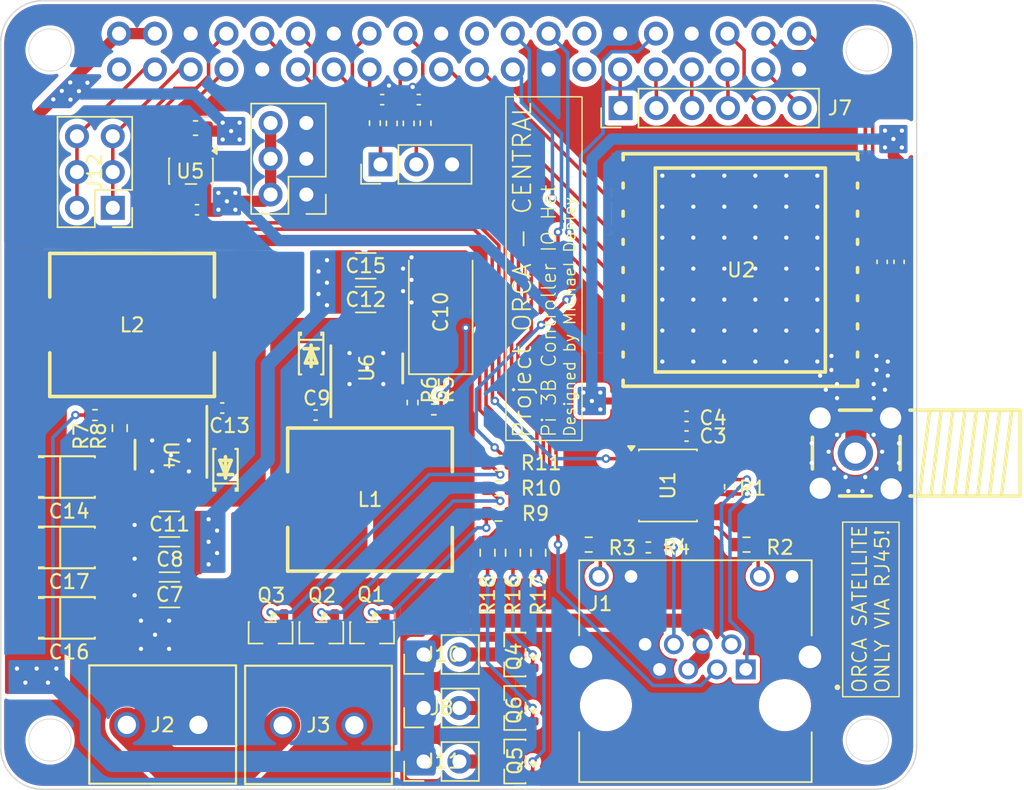
<source format=kicad_pcb>
(kicad_pcb (version 20241229) (generator "pcbnew") (generator_version "9.0")
  (layers (0 "F.Cu" signal) (2 "B.Cu" signal) (13 "F.Paste" user) (15 "B.Paste" user) (5 "F.SilkS" user "F.Silkscreen") (7 "B.SilkS" user "B.Silkscreen") (1 "F.Mask" user) (3 "B.Mask" user) (25 "Edge.Cuts" user))
  (net 0 "")
  (net 1 "+3V3")
  (net 2 "GND")
  (net 3 "+5V")
  (net 4 "+24V")
  (net 5 "Net-(U6-BOOT)")
  (net 6 "Net-(D1-K)")
  (net 7 "Net-(U4-BOOT)")
  (net 8 "Net-(D2-K)")
  (net 9 "+12V")
  (net 10 "KNOB_B")
  (net 11 "KNOB_A")
  (net 12 "RS_B")
  (net 13 "Net-(J1-Pad6)")
  (net 14 "RS_A")
  (net 15 "RJ45_SNS")
  (net 16 "Net-(J1-Pad12)")
  (net 17 "Net-(J1-Pad10)")
  (net 18 "-LED")
  (net 19 "SCL")
  (net 20 "CS_1")
  (net 21 "RS_RX")
  (net 22 "LED_GRN")
  (net 23 "LED_YLW")
  (net 24 "SDA")
  (net 25 "GPIO20")
  (net 26 "GPIO26")
  (net 27 "GPIO21")
  (net 28 "EN_S1")
  (net 30 "GPIO18")
  (net 31 "PWM")
  (net 33 "GPIO19")
  (net 34 "DIO1")
  (net 35 "EN_S2")
  (net 36 "EN_S3")
  (net 37 "NRESET")
  (net 38 "MOSI")
  (net 39 "BUSY")
  (net 40 "MISO")
  (net 41 "SCK")
  (net 42 "GPIO17")
  (net 43 "Net-(J5-Pin_1)")
  (net 44 "Net-(J5-Pin_2)")
  (net 45 "Net-(J8-Pin_2)")
  (net 46 "Net-(J10-Pin_2)")
  (net 47 "Net-(J11-Pin_2)")
  (net 48 "Net-(Q1-G)")
  (net 49 "Net-(Q2-G)")
  (net 50 "Net-(Q3-G)")
  (net 51 "Net-(Q4-G)")
  (net 52 "Net-(Q5-G)")
  (net 53 "Net-(Q6-G)")
  (net 55 "Net-(U2-ANT)")
  (net 67 "Net-(U6-VSENSE)")
  (net 68 "Net-(U4-VSENSE)")
  (net 71 "ROT_PWR")
  (footprint "Capacitor_Tantalum_SMD:CP_EIA-7343-15_Kemet-W" (layer "F.Cu") (at 103.147057 53.88 90)
    (property "Reference" "C10")
    (property "Value" "330u" (hide yes))
  )
  (footprint "Resistor_SMD:R_0402_1005Metric" (layer "F.Cu") (at 102.657057 60.8 180)
    (property "Reference" "R5")
    (property "Value" "10k" (hide yes))
  )
  (footprint "Capacitor_SMD:C_0402_1005Metric" (layer "F.Cu") (at 98.99 38.8)
    (property "Reference" "C19" (hide yes))
    (property "Value" "10n" (hide yes))
  )
  (footprint "Capacitor_SMD:C_1206_3216Metric" (layer "F.Cu") (at 97.822057 50.6)
    (property "Reference" "C15")
    (property "Value" "4.7u" (hide yes))
  )
  (footprint "Package_TO_SOT_SMD:SOT-23" (layer "F.Cu") (at 108.4075 85.8 180)
    (property "Reference" "Q5")
    (property "Value" "AO3400A" (hide yes))
  )
  (footprint "Resistor_SMD:R_0402_1005Metric" (layer "F.Cu") (at 117.88 70.6)
    (property "Reference" "R4")
    (property "Value" "1k" (hide yes))
  )
  (footprint "Resistor_SMD:R_0402_1005Metric" (layer "F.Cu") (at 99.67 40.49 -90)
    (property "Reference" "R12" (hide yes))
    (property "Value" "10k" (hide yes))
  )
  (footprint "Library2:CAP-SMD_L3.5-W2.8-R-RD" (layer "F.Cu") (at 76.7715 65.6 180)
    (property "Reference" "C14")
    (property "Value" "22u" (hide yes))
  )
  (footprint "Capacitor_SMD:C_1206_3216Metric" (layer "F.Cu") (at 97.822057 53)
    (property "Reference" "C12")
    (property "Value" "4.7u" (hide yes))
  )
  (footprint "Capacitor_SMD:C_1206_3216Metric" (layer "F.Cu") (at 83.895 73.95 180)
    (property "Reference" "C7")
    (property "Value" "4.7u" (hide yes))
  )
  (footprint "Resistor_SMD:R_0603_1608Metric" (layer "F.Cu") (at 107.245 64.6 180)
    (property "Reference" "R11")
    (property "Value" "100" (hide yes))
  )
  (footprint "Connector_PinHeader_2.54mm:PinHeader_2x03_P2.54mm_Vertical" (layer "F.Cu") (at 79.87 46.48 180)
    (property "Reference" "J12")
    (property "Value" "IO I2C Bus" (hide yes))
  )
  (footprint "Library2:CAP-SMD_L3.5-W2.8-R-RD" (layer "F.Cu") (at 76.7715 70.6 180)
    (property "Reference" "C17")
    (property "Value" "22u" (hide yes))
  )
  (footprint "Connector_PinHeader_2.54mm:PinHeader_1x02_P2.54mm_Vertical" (layer "F.Cu") (at 101.93 78.2 90)
    (property "Reference" "J10")
    (property "Value" "Conn_01x02" (hide yes))
  )
  (footprint "Capacitor_SMD:C_0402_1005Metric" (layer "F.Cu") (at 85.849339 46.62 180)
    (property "Reference" "C6" (hide yes))
    (property "Value" "4.7u" (hide yes))
  )
  (footprint "Resistor_SMD:R_0402_1005Metric" (layer "F.Cu") (at 100.87 40.49 -90)
    (property "Reference" "R13" (hide yes))
    (property "Value" "10k" (hide yes))
  )
  (footprint "footprints:DDA0008J" (layer "F.Cu") (at 83.997001 64.049999 -90)
    (property "Reference" "U4")
    (property "Value" "TPS5430DDAR" (hide yes))
  )
  (footprint "Capacitor_SMD:C_0603_1608Metric" (layer "F.Cu") (at 85.744339 40.82 180)
    (property "Reference" "C5" (hide yes))
    (property "Value" "10u" (hide yes))
  )
  (footprint "Connector_PinHeader_2.54mm:PinHeader_1x03_P2.54mm_Vertical" (layer "F.Cu") (at 98.87 43.4 90)
    (property "Reference" "J5" (hide yes))
    (property "Value" "PEC11R" (hide yes))
  )
  (footprint "Connector_PinHeader_2.54mm:PinHeader_1x02_P2.54mm_Vertical" (layer "F.Cu") (at 101.93 85.8 90)
    (property "Reference" "J11")
    (property "Value" "Conn_01x02" (hide yes))
  )
  (footprint "Diode_SMD:SOD-123_L2.6-W1.6-LS3.5-RD" (layer "F.Cu") (at 87.87 65.0075 90)
    (property "Reference" "D2" (hide yes))
    (property "Value" "~" (hide yes))
  )
  (footprint "footprints:DDA0008J" (layer "F.Cu") (at 97.897058 57.850001 90)
    (property "Reference" "U6")
    (property "Value" "TPS5430DDAR" (hide yes))
  )
  (footprint "Resistor_SMD:R_0603_1608Metric" (layer "F.Cu") (at 107.245 66.4 180)
    (property "Reference" "R10")
    (property "Value" "100" (hide yes))
  )
  (footprint "Resistor_SMD:R_0603_1608Metric" (layer "F.Cu") (at 108.27 70.975 -90)
    (property "Reference" "R16")
    (property "Value" "100" (hide yes))
  )
  (footprint "Resistor_SMD:R_0402_1005Metric" (layer "F.Cu") (at 98.47 40.47 -90)
    (property "Reference" "R14" (hide yes))
    (property "Value" "10k" (hide yes))
  )
  (footprint "Capacitor_SMD:C_0402_1005Metric" (layer "F.Cu") (at 87.64 60.7)
    (property "Reference" "C13")
    (property "Value" "10n" (hide yes))
  )
  (footprint "Resistor_SMD:R_0402_1005Metric" (layer "F.Cu") (at 101.147057 60.31 90)
    (property "Reference" "R6")
    (property "Value" "3.3k" (hide yes))
  )
  (footprint "Resistor_SMD:R_0402_1005Metric" (layer "F.Cu") (at 78.61 61.2)
    (property "Reference" "R7")
    (property "Value" "10k" (hide yes))
  )
  (footprint "Capacitor_SMD:C_0402_1005Metric" (layer "F.Cu") (at 120.59 62.69 180)
    (property "Reference" "C3")
    (property "Value" "100n" (hide yes))
  )
  (footprint "Package_TO_SOT_SMD:SOT-23-5" (layer "F.Cu") (at 85.419339 43.8825 -90)
    (property "Reference" "U5")
    (property "Value" "XC6220B331MR" (hide yes))
  )
  (footprint "Package_SO:SOIC-8_3.9x4.9mm_P1.27mm" (layer "F.Cu") (at 119.27 66.2)
    (property "Reference" "U1")
    (property "Value" "MAX3485" (hide yes))
  )
  (footprint "footprints:CONN_1729128_PXC" (layer "F.Cu") (at 91.93 83.225)
    (property "Reference" "J3")
    (property "Value" "1729128")
  )
  (footprint "Capacitor_SMD:C_1206_3216Metric" (layer "F.Cu") (at 83.895 71.45 180)
    (property "Reference" "C8")
    (property "Value" "4.7u" (hide yes))
  )
  (footprint "Resistor_SMD:R_0603_1608Metric" (layer "F.Cu") (at 113.645 70.4)
    (property "Reference" "R3")
    (property "Value" "150" (hide yes))
  )
  (footprint "Package_TO_SOT_SMD:SOT-23" (layer "F.Cu") (at 108.4075 82 180)
    (property "Reference" "Q6")
    (property "Value" "AO3400A" (hide yes))
  )
  (footprint "Resistor_SMD:R_0603_1608Metric" (layer "F.Cu") (at 124.845 70.4 180)
    (property "Reference" "R2")
    (property "Value" "150" (hide yes))
  )
  (footprint "Resistor_SMD:R_0603_1608Metric" (layer "F.Cu") (at 110.07 70.975 -90)
    (property "Reference" "R17")
    (property "Value" "100" (hide yes))
  )
  (footprint "Library:IND-SMD_L11.5-W10.0" (layer "F.Cu") (at 81.243 54.8 180)
    (property "Reference" "L2")
    (property "Value" "22u" (hide yes))
  )
  (footprint "Capacitor_SMD:C_0402_1005Metric" (layer "F.Cu") (at 94.267057 61.2 180)
    (property "Reference" "C9")
    (property "Value" "10n" (hide yes))
  )
  (footprint "Package_TO_SOT_SMD:SOT-23" (layer "F.Cu") (at 108.4075 78.2 180)
    (property "Reference" "Q4")
    (property "Value" "AO3400A" (hide yes))
  )
  (footprint "Resistor_SMD:R_0603_1608Metric" (layer "F.Cu") (at 106.47 70.975 -90)
    (property "Reference" "R18")
    (property "Value" "100" (hide yes))
  )
  (footprint "Connector_PinHeader_2.54mm:PinHeader_1x02_P2.54mm_Vertical" (layer "F.Cu") (at 101.93 82 90)
    (property "Reference" "J8")
    (property "Value" "Conn_01x02" (hide yes))
  )
  (footprint "Connector_PinHeader_2.54mm:PinHeader_2x03_P2.54mm_Vertical" (layer "F.Cu") (at 93.61 45.54 180)
    (property "Reference" "J6" (hide yes))
    (property "Value" "IO Power Bus" (hide yes))
  )
  (footprint "footprints:SMA-TH_SMA-KWE_C7498154" (layer "F.Cu") (at 132.59 63.92 180)
    (property "Reference" "U3" (hide yes))
    (property "Value" "~")
  )
  (footprint "Resistor_SMD:R_0402_1005Metric" (layer "F.Cu") (at 102.07 40.47 -90)
    (property "Reference" "R15" (hide yes))
    (property "Value" "10k" (hide yes))
  )
  (footprint "Package_TO_SOT_SMD:SOT-23" (layer "F.Cu") (at 91.07 76.6625 -90)
    (property "Reference" "Q3")
    (property "Value" "AO3400A" (hide yes))
  )
  (footprint "Capacitor_SMD:C_1206_3216Metric" (layer "F.Cu") (at 83.895 68.95 180)
    (property "Reference" "C11")
    (property "Value" "4.7u" (hide yes))
  )
  (footprint "footprints:CONN_1729128_PXC" (layer "F.Cu") (at 80.87 83.2)
    (property "Reference" "J2")
    (property "Value" "1729128")
  )
  (footprint "footprints:WIRELM-SMD_16P-L16.0-W16.0-P2.00_LORA-CC68-915MHZ-TCXO" (layer "F.Cu") (at 124.47 50.9)
    (property "Reference" "U2")
    (property "Value" "~")
  )
  (footprint "Connector_PinHeader_2.54mm:PinHeader_1x06_P2.54mm_Vertical" (layer "F.Cu") (at 115.91 39.4 90)
    (property "Reference" "J7")
    (property "Value" "GPIO Bus" (hide yes))
  )
  (footprint "Capacitor_SMD:C_0402_1005Metric" (layer "F.Cu") (at 120.59 61.29 180)
    (property "Reference" "C4")
    (property "Value" "4.7u" (hide yes))
  )
  (footprint "Package_TO_SOT_SMD:SOT-23" (layer "F.Cu") (at 94.67 76.6625 -90)
    (property "Reference" "Q2")
    (property "Value" "AO3400A" (hide yes))
  )
  (footprint "Resistor_SMD:R_0603_1608Metric" (layer "F.Cu") (at 80.37 62.125 -90)
    (property "Reference" "R8")
    (property "Value" "1.2k" (hide yes))
  )
  (footprint "footprints:ADAMTECH_MTJ-88ARX1-FSM-LG" (layer "F.Cu") (at 121.22 81.8)
    (property "Reference" "J1")
    (property "Value" "MTJ-88ARX1-FSM-LG" (hide yes))
  )
  (footprint "Resistor_SMD:R_0603_1608Metric" (layer "F.Cu") (at 107.245 68.2 180)
    (property "Reference" "R9")
    (property "Value" "100" (hide yes))
  )
  (footprint "Capacitor_SMD:C_0402_1005Metric" (layer "F.Cu") (at 135.67 50.32 -90)
    (property "Reference" "C2" (hide yes))
    (property "Value" "10u" (hide yes))
  )
  (footprint "Package_TO_SOT_SMD:SOT-23" (layer "F.Cu") (at 98.27 76.6625 -90)
    (property "Reference" "Q1")
    (property "Value" "AO3400A" (hide yes))
  )
  (footprint "Library2:CAP-SMD_L3.5-W2.8-R-RD" (layer "F.Cu") (at 76.7715 75.6 180)
    (property "Reference" "C16")
    (property "Value" "22u" (hide yes))
  )
  (footprint "Capacitor_SMD:C_0402_1005Metric" (layer "F.Cu") (at 134.47 50.32 -90)
    (property "Reference" "C1" (hide yes))
    (property "Value" "100n" (hide yes))
  )
  (footprint "Capacitor_SMD:C_0402_1005Metric" (layer "F.Cu") (at 101.59 38.8 180)
    (property "Reference" "C18" (hide yes))
    (property "Value" "10n" (hide yes))
  )
  (footprint "Library:IND-SMD_L11.5-W10.0" (layer "F.Cu") (at 98.124057 67.2)
    (property "Reference" "L1")
    (property "Value" "22u" (hide yes))
  )
  (footprint "Diode_SMD:SOD-123_L2.6-W1.6-LS3.5-RD" (layer "F.Cu") (at 93.947057 56.9075 -90)
    (property "Reference" "D1" (hide yes))
    (property "Value" "~" (hide yes))
  )
  (footprint "footprints:RPI_Hat_B+" (layer "F.Cu") (at 104.4175 35.275)
    (property "Reference" "J4" (hide yes))
    (property "Value" "RPi_GPIO" (hide yes))
    (fp_line (start -32.5 -0.5) (end -32.5 15) (stroke (width 0.1)) (layer "Edge.Cuts"))
    (fp_line (start -32.5 15) (end -32.5 49.5) (stroke (width 0.1)) (layer "Edge.Cuts"))
    (fp_line (start -29.5 -3.5) (end 29.5 -3.5) (stroke (width 0.1)) (layer "Edge.Cuts"))
    (fp_line (start -29.5 52.5) (end 29.5 52.5) (stroke (width 0.1)) (layer "Edge.Cuts"))
    (fp_line (start 32.5 -0.5) (end 32.5 49.5) (stroke (width 0.1)) (layer "Edge.Cuts"))
    (fp_arc (start -32.5 -0.5) (mid -31.62132 -2.62132) (end -29.5 -3.5) (stroke (width 0.1)) (layer "Edge.Cuts"))
    (fp_arc (start -29.5 52.5) (mid -31.62132 51.62132) (end -32.5 49.5) (stroke (width 0.1)) (layer "Edge.Cuts"))
    (fp_arc (start 29.5 -3.5) (mid 31.62132 -2.62132) (end 32.5 -0.5) (stroke (width 0.1)) (layer "Edge.Cuts"))
    (fp_arc (start 32.5 49.5) (mid 31.62132 51.62132) (end 29.5 52.5) (stroke (width 0.1)) (layer "Edge.Cuts"))
    (fp_circle (center -29 0) (end -30.500001 -0.000001) (stroke (width 0.05)) (fill no) (layer "Edge.Cuts"))
    (fp_circle (center -29 49) (end -30.500001 49.000001) (stroke (width 0.05)) (fill no) (layer "Edge.Cuts"))
    (fp_circle (center 29 0) (end 30.500001 -0.000001) (stroke (width 0.05)) (fill no) (layer "Edge.Cuts"))
    (fp_circle (center 29 49) (end 30.500001 49.000001) (stroke (width 0.05)) (fill no) (layer "Edge.Cuts"))
  )
  (footprint "Resistor_SMD:R_0402_1005Metric" (layer "F.Cu") (at 123.67 66.29 90)
    (property "Reference" "R1")
    (property "Value" "120" (hide yes))
  )
  (gr_rect (start 85.62 66) (end 90.62 67.6) (stroke (width 0.2)) (fill yes) (layer "F.Cu") (net 8))
  (gr_rect (start 88.82 53) (end 90.62 67.6) (stroke (width 0.2)) (fill yes) (layer "F.Cu") (net 8))
  (gr_rect (start 91.147057 54.4) (end 92.947057 69) (stroke (width 0.2)) (fill yes) (layer "F.Cu") (net 6))
  (gr_rect (start 91.147057 54.4) (end 96.147057 56) (stroke (width 0.2)) (fill yes) (layer "F.Cu") (net 6))
  (gr_rect (start 131.67 68.8) (end 135.67 81.2) (stroke (width 0.1)) (fill no) (layer "F.SilkS"))
  (gr_rect (start 107.77 38.6) (end 113.17 63) (stroke (width 0.1)) (fill no) (layer "F.SilkS"))
  (gr_text "Pi 3B Controller IO Hat" (at 111.402413 62.849596 90) (layer "F.SilkS") (effects (font (size 1 1) (thickness 0.1)) (justify left bottom)))
  (gr_text "ORCA SATELLITE\nONLY VIA RJ45!" (at 135.07 81 90) (layer "F.SilkS") (effects (font (size 1 1) (thickness 0.12)) (justify left bottom)))
  (gr_text "Project ORCA - CENTRAL" (at 109.660454 62.931537 90) (layer "F.SilkS") (effects (font (size 1.25 1.25) (thickness 0.125)) (justify left bottom)))
  (gr_text "Designed by Michael Danley" (at 112.77 62.8 90) (layer "F.SilkS") (effects (font (size 0.8 0.8) (thickness 0.1)) (justify left bottom)))
  (segment (start 91.07 43) (end 91.07 45.54) (width 0.8) (layer "F.Cu") (net 1))
  (segment (start 121.07 61.29) (end 121.07 62.69) (width 0.5) (layer "F.Cu") (net 1))
  (segment (start 121.07 61.100318) (end 120.169682 60.2) (width 0.5) (layer "F.Cu") (net 1))
  (segment (start 135.67 49.84) (end 135.67 43.2) (width 0.8) (layer "F.Cu") (net 1))
  (segment (start 120.169682 60.2) (end 113.87 60.2) (width 0.5) (layer "F.Cu") (net 1))
  (segment (start 135.27 42.8) (end 135.27 41.6) (width 0.8) (layer "F.Cu") (net 1))
  (segment (start 121.07 62.69) (end 121.07 63.62) (width 0.5) (layer "F.Cu") (net 1))
  (segment (start 87.369339 46.62) (end 86.370339 46.62) (width 1) (layer "F.Cu") (net 1))
  (segment (start 113.87 60.2) (end 114.07 60.2) (width 0.5) (layer "F.Cu") (net 1))
  (segment (start 121.07 63.62) (end 121.745 64.295) (width 0.5) (layer "F.Cu") (net 1))
  (segment (start 134.41 49.9) (end 134.47 49.84) (width 0.8) (layer "F.Cu") (net 1))
  (segment (start 91.07 40.46) (end 91.07 43) (width 0.8) (layer "F.Cu") (net 1))
  (segment (start 121.07 61.29) (end 121.07 61.100318) (width 0.5) (layer "F.Cu") (net 1))
  (segment (start 134.47 49.84) (end 135.67 49.84) (width 0.8) (layer "F.Cu") (net 1))
  (segment (start 132.47 49.9) (end 134.41 49.9) (width 0.8) (layer "F.Cu") (net 1))
  (segment (start 135.67 43.2) (end 135.27 42.8) (width 0.8) (layer "F.Cu") (net 1))
  (segment (start 90.59 46.02) (end 91.07 45.54) (width 0.8) (layer "F.Cu") (net 1))
  (segment (start 86.369339 45.02) (end 86.369339 46.58) (width 1) (layer "F.Cu") (net 1))
  (segment (start 87.969339 46.02) (end 90.59 46.02) (width 0.8) (layer "F.Cu") (net 1))
  (via (at 87.369339 45.42) (size 0.6) (drill 0.3) (layers "F.Cu" "B.Cu") (net 1))
  (via (at 135.87 42.2) (size 0.6) (drill 0.3) (layers "F.Cu" "B.Cu") (net 1))
  (via (at 114.47 60.8) (size 0.6) (drill 0.3) (layers "F.Cu" "B.Cu") (net 1))
  (via (at 88.569339 45.42) (size 0.6) (drill 0.3) (layers "F.Cu" "B.Cu") (net 1))
  (via (at 87.369339 46.62) (size 0.6) (drill 0.3) (layers "F.Cu" "B.Cu") (net 1))
  (via (at 134.67 42.2) (size 0.6) (drill 0.3) (layers "F.Cu" "B.Cu") (net 1))
  (via (at 87.969339 46.02) (size 0.6) (drill 0.3) (layers "F.Cu" "B.Cu") (net 1))
  (via (at 113.87 60.2) (size 0.6) (drill 0.3) (layers "F.Cu" "B.Cu") (net 1))
  (via (at 113.27 59.6) (size 0.6) (drill 0.3) (layers "F.Cu" "B.Cu") (net 1))
  (via (at 134.67 41) (size 0.6) (drill 0.3) (layers "F.Cu" "B.Cu") (net 1))
  (via (at 113.27 60.8) (size 0.6) (drill 0.3) (layers "F.Cu" "B.Cu") (net 1))
  (via (at 114.47 59.6) (size 0.6) (drill 0.3) (layers "F.Cu" "B.Cu") (net 1))
  (via (at 135.27 41.6) (size 0.6) (drill 0.3) (layers "F.Cu" "B.Cu") (net 1))
  (via (at 88.569339 46.62) (size 0.6) (drill 0.3) (layers "F.Cu" "B.Cu") (net 1))
  (via (at 135.87 41) (size 0.6) (drill 0.3) (layers "F.Cu" "B.Cu") (net 1))
  (segment (start 113.87 56.6) (end 113.87 60.2) (width 0.8) (layer "B.Cu") (net 1))
  (segment (start 106.07 48.8) (end 113.87 56.6) (width 0.8) (layer "B.Cu") (net 1))
  (segment (start 135.27 41.6) (end 115.27 41.6) (width 0.8) (layer "B.Cu") (net 1))
  (segment (start 113.87 43) (end 113.87 60.2) (width 0.8) (layer "B.Cu") (net 1))
  (segment (start 87.969339 46.02) (end 88.89 46.02) (width 0.8) (layer "B.Cu") (net 1))
  (segment (start 91.67 48.8) (end 106.07 48.8) (width 0.8) (layer "B.Cu") (net 1))
  (segment (start 115.27 41.6) (end 113.87 43) (width 0.8) (layer "B.Cu") (net 1))
  (segment (start 88.89 46.02) (end 91.67 48.8) (width 0.8) (layer "B.Cu") (net 1))
  (segment (start 99.297057 53) (end 99.297057 51.8) (width 0.25) (layer "F.Cu") (net 2))
  (segment (start 85.419339 41.27) (end 85.419339 42.745) (width 0.8) (layer "F.Cu") (net 2))
  (segment (start 97.147059 58.6) (end 97.897058 57.850001) (width 0.25) (layer "F.Cu") (net 2))
  (segment (start 101.151705 38.758295) (end 101.11 38.8) (width 0.25) (layer "F.Cu") (net 2))
  (segment (start 87.135001 64.049999) (end 87.87 63.315) (width 0.25) (layer "F.Cu") (net 2))
  (segment (start 85.093 39.177) (end 83.47 40.8) (width 0.8) (layer "F.Cu") (net 2))
  (segment (start 83.362001 66.749999) (end 83.362001 68.007999) (width 0.25) (layer "F.Cu") (net 2))
  (segment (start 93.61 40.46) (end 93.61 43) (width 0.8) (layer "F.Cu") (net 2))
  (segment (start 82.42 71.45) (end 82.42 73.95) (width 0.25) (layer "F.Cu") (net 2))
  (segment (start 99.297057 51.8) (end 99.297057 50.6) (width 0.25) (layer "F.Cu") (net 2))
  (segment (start 83.47 40.8) (end 84.949339 40.8) (width 0.8) (layer "F.Cu") (net 2))
  (segment (start 116.65 72.66) (end 116.65 71.32) (width 0.5) (layer "F.Cu") (net 2))
  (segment (start 90.4775 36.653) (end 87.9535 39.177) (width 0.8) (layer "F.Cu") (net 2))
  (segment (start 83.362001 68.007999) (end 82.42 68.95) (width 0.25) (layer "F.Cu") (net 2))
  (segment (start 93.947057 58.6) (end 97.147059 58.6) (width 0.25) (layer "F.Cu") (net 2))
  (segment (start 84.969339 40.82) (end 85.419339 41.27) (width 0.8) (layer "F.Cu") (net 2))
  (segment (start 101.147057 59.8) (end 99.197058 57.850001) (width 0.25) (layer "F.Cu") (net 2))
  (segment (start 83.997001 64.049999) (end 87.135001 64.049999) (width 0.25) (layer "F.Cu") (net 2))
  (segment (start 120.11 62.999999) (end 117.544999 65.565) (width 0.5) (layer "F.Cu") (net 2))
  (segment (start 87.9535 39.177) (end 85.093 39.177) (width 0.8) (layer "F.Cu") (net 2))
  (segment (start 116.795 65.565) (end 116.795 66.835) (width 0.5) (layer "F.Cu") (net 2))
  (segment (start 81.469999 64.049999) (end 83.997001 64.049999) (width 0.25) (layer "F.Cu") (net 2))
  (segment (start 90.4775 36.653) (end 90.4775 37.3275) (width 0.8) (layer "F.Cu") (net 2))
  (segment (start 120.11 62.69) (end 120.11 62.999999) (width 0.5) (layer "F.Cu") (net 2))
  (segment (start 120.11 61.29) (end 120.11 62.69) (width 0.5) (layer "F.Cu") (net 2))
  (segment (start 82.42 68.95) (end 82.42 71.45) (width 0.25) (layer "F.Cu") (net 2))
  (segment (start 99.47 37.8) (end 99.47 38.8) (width 0.5) (layer "F.Cu") (net 2))
  (segment (start 117.544999 65.565) (end 116.795 65.565) (width 0.5) (layer "F.Cu") (net 2))
  (segment (start 84.949339 40.8) (end 84.969339 40.82) (width 0.8) (layer "F.Cu") (net 2))
  (segment (start 98.532058 55.150001) (end 98.532058 53.764999) (width 0.25) (layer "F.Cu") (net 2))
  (segment (start 80.37 62.95) (end 81.469999 64.049999) (width 0.25) (layer "F.Cu") (net 2))
  (segment (start 85.419339 46.57) (end 85.369339 46.62) (width 0.5) (layer "F.Cu") (net 2))
  (segment (start 101.151705 37.901238) (end 101.151705 38.758295) (width 0.5) (layer "F.Cu") (net 2))
  (segment (start 93.61 43) (end 93.61 45.54) (width 0.8) (layer "F.Cu") (net 2))
  (segment (start 97.920001 57.850001) (end 97.897058 57.850001) (width 0.25) (layer "F.Cu") (net 2))
  (segment (start 90.4775 37.3275) (end 93.61 40.46) (width 0.8) (layer "F.Cu") (net 2))
  (segment (start 98.532058 53.764999) (end 99.297057 53) (width 0.25) (layer "F.Cu") (net 2))
  (segment (start 116.65 71.32) (end 117.37 70.6) (width 0.5) (layer "F.Cu") (net 2))
  (segment (start 99.457057 50.76) (end 99.297057 50.6) (width 0.25) (layer "F.Cu") (net 2))
  (segment (start 99.197058 57.850001) (end 97.920001 57.850001) (width 0.25) (layer "F.Cu") (net 2))
  (via (at 83.87 75.8) (size 0.6) (drill 0.3) (layers "F.Cu" "B.Cu") (net 2))
  (via (at 81.87 77.8) (size 0.6) (drill 0.3) (layers "F.Cu" "B.Cu") (net 2))
  (via (at 100.47 50.8) (size 0.6) (drill 0.3) (layers "F.Cu" "B.Cu") (net 2))
  (via (at 131.27 60) (size 0.6) (drill 0.3) (layers "F.Cu" "B.Cu") (net 2))
  (via (at 123.27 48.6) (size 0.6) (drill 0.3) (layers "F.Cu" "B.Cu") (net 2))
  (via (at 129.87 50.8) (size 0.6) (drill 0.3) (layers "F.Cu" "B.Cu") (net 2))
  (via (at 127.67 57.4) (size 0.6) (drill 0.3) (layers "F.Cu" "B.Cu") (net 2))
  (via (at 82.67 63) (size 0.6) (drill 0.3) (layers "F.Cu" "B.Cu") (net 2))
  (via (at 134.07 58) (size 0.6) (drill 0.3) (layers "F.Cu" "B.Cu") (net 2))
  (via (at 121.07 44.2) (size 0.6) (drill 0.3) (layers "F.Cu" "B.Cu") (net 2))
  (via (at 81.87 75.8) (size 0.6) (drill 0.3) (layers "F.Cu" "B.Cu") (net 2))
  (via (at 121.07 55.2) (size 0.6) (drill 0.3) (layers "F.Cu" "B.Cu") (net 2))
  (via (at 123.27 50.8) (size 0.6) (drill 0.3) (layers "F.Cu" "B.Cu") (net 2))
  (via (at 131.27 59) (size 0.6) (drill 0.3) (layers "F.Cu" "B.Cu") (net 2))
  (via (at 125.47 46.4) (size 0.6) (drill 0.3) (layers "F.Cu" "B.Cu") (net 2))
  (via (at 134.07 57) (size 0.6) (drill 0.3) (layers "F.Cu" "B.Cu") (net 2))
  (via (at 127.67 55.2) (size 0.6) (drill 0.3) (layers "F.Cu" "B.Cu") (net 2))
  (via (at 125.47 50.8) (size 0.6) (drill 0.3) (layers "F.Cu" "B.Cu") (net 2))
  (via (at 127.67 44.2) (size 0.6) (drill 0.3) (layers "F.Cu" "B.Cu") (net 2))
  (via (at 123.27 46.4) (size 0.6) (drill 0.3) (layers "F.Cu" "B.Cu") (net 2))
  (via (at 129.87 44.2) (size 0.6) (drill 0.3) (layers "F.Cu" "B.Cu") (net 2))
  (via (at 118.87 50.8) (size 0.6) (drill 0.3) (layers "F.Cu" "B.Cu") (net 2))
  (via (at 129.47 63.2) (size 0.6) (drill 0.3) (layers "F.Cu" "B.Cu") (net 2))
  (via (at 127.67 48.6) (size 0.6) (drill 0.3) (layers "F.Cu" "B.Cu") (net 2))
  (via (at 133.27 65.6) (size 0.6) (drill 0.3) (layers "F.Cu" "B.Cu") (net 2))
  (via (at 133.87 59) (size 0.6) (drill 0.3) (layers "F.Cu" "B.Cu") (net 2))
  (via (at 121.07 48.6) (size 0.6) (drill 0.3) (layers "F.Cu" "B.Cu") (net 2))
  (via (at 85.27 63) (size 0.6) (drill 0.3) (layers "F.Cu" "B.Cu") (net 2))
  (via (at 130.87 58) (size 0.6) (drill 0.3) (layers "F.Cu" "B.Cu") (net 2))
  (via (at 134.07 65) (size 0.6) (drill 0.3) (layers "F.Cu" "B.Cu") (net 2))
  (via (at 99.47 37.8) (size 0.6) (drill 0.3) (layers "F.Cu" "B.Cu") (net 2))
  (via (at 118.87 46.4) (size 0.6) (drill 0.3) (layers "F.Cu" "B.Cu") (net 2))
  (via (at 131.87 65.6) (size 0.6) (drill 0.3) (layers "F.Cu" "B.Cu") (net 2))
  (via (at 129.47 64.6) (size 0.6) (drill 0.3) (layers "F.Cu" "B.Cu") (net 2))
  (via (at 123.27 53) (size 0.6) (drill 0.3) (layers "F.Cu" "B.Cu") (net 2))
  (via (at 118.87 48.6) (size 0.6) (drill 0.3) (layers "F.Cu" "B.Cu") (net 2))
  (via (at 127.67 50.8) (size 0.6) (drill 0.3) (layers "F.Cu" "B.Cu") (net 2))
  (via (at 134.47 63.8) (size 0.6) (drill 0.3) (layers "F.Cu" "B.Cu") (net 2))
  (via (at 81.42 69) (size 0.6) (drill 0.3) (layers "F.Cu" "B.Cu") (net 2))
  (via (at 135.67 64.6) (size 0.6) (drill 0.3) (layers "F.Cu" "B.Cu") (net 2))
  (via (at 133.87 60) (size 0.6) (drill 0.3) (layers "F.Cu" "B.Cu") (net 2))
  (via (at 133.87 62.6) (size 0.6) (drill 0.3) (layers "F.Cu" "B.Cu") (net 2))
  (via (at 81.42 71.4) (size 0.6) (drill 0.3) (layers "F.Cu" "B.Cu") (net 2))
  (via (at 134.87 58.4) (size 0.6) (drill 0.3) (layers "F.Cu" "B.Cu") (net 2))
  (via (at 101.07 51.6) (size 0.6) (drill 0.3) (layers "F.Cu" "B.Cu") (net 2))
  (via (at 125.47 48.6) (size 0.6) (drill 0.3) (layers "F.Cu" "B.Cu") (net 2))
  (via (at 121.07 53) (size 0.6) (drill 0.3) (layers "F.Cu" "B.Cu") (net 2))
  (via (at 118.87 55.2) (size 0.6) (drill 0.3) (layers "F.Cu" "B.Cu") (net 2))
  (via (at 82.87 76.8) (size 0.6) (drill 0.3) (layers "F.Cu" "B.Cu") (net 2))
  (via (at 81.42 74) (size 0.6) (drill 0.3) (layers "F.Cu" "B.Cu") (net 2))
  (via (at 118.87 53) (size 0.6) (drill 0.3) (layers "F.Cu" "B.Cu") (net 2))
  (via (at 123.27 57.4) (size 0.6) (drill 0.3) (layers "F.Cu" "B.Cu") (net 2))
  (via (at 131.07 65) (size 0.6) (drill 0.3) (layers "F.Cu" "B.Cu") (net 2))
  (via (at 123.27 55.2) (size 0.6) (drill 0.3) (layers "F.Cu" "B.Cu") (net 2))
  (via (at 130.07 58.4) (size 0.6) (drill 0.3) (layers "F.Cu" "B.Cu") (net 2))
  (via (at 82.67 65.2) (size 0.6) (drill 0.3) (layers "F.Cu" "B.Cu") (net 2))
  (via (at 130.67 63.8) (size 0.6) (drill 0.3) (layers "F.Cu" "B.Cu") (net 2))
  (via (at 134.67 59.4) (size 0.6) (drill 0.3) (layers "F.Cu" "B.Cu") (net 2))
  (via (at 99.07 59) (size 0.6) (drill 0.3) (layers "F.Cu" "B.Cu") (net 2))
  (via (at 96.67 56.8) (size 0.6) (drill 0.3) (layers "F.Cu" "B.Cu") (net 2))
  (via (at 121.07 46.4) (size 0.6) (drill 0.3) (layers "F.Cu" "B.Cu") (net 2))
  (via (at 83.87 77.8) (size 0.6) (drill 0.3) (layers "F.Cu" "B.Cu") (net 2))
  (via (at 127.67 46.4) (size 0.6) (drill 0.3) (layers "F.Cu" "B.Cu") (net 2))
  (via (at 118.87 44.2) (size 0.6) (drill 0.3) (layers "F.Cu" "B.Cu") (net 2))
  (via (at 118.87 57.4) (size 0.6) (drill 0.3) (layers "F.Cu" "B.Cu") (net 2))
  (via (at 133.07 66.6) (size 0.6) (drill 0.3) (layers "F.Cu" "B.Cu") (net 2))
  (via (at 129.87 57.4) (size 0.6) (drill 0.3) (layers "F.Cu" "B.Cu") (net 2))
  (via (at 97.920001 57.850001) (size 0.6) (drill 0.3) (layers "F.Cu" "B.Cu") (net 2))
  (via (at 129.87 53) (size 0.6) (drill 0.3) (layers "F.Cu" "B.Cu") (net 2))
  (via (at 130.47 59.4) (size 0.6) (drill 0.3) (layers "F.Cu" "B.Cu") (net 2))
  (via (at 125.47 57.4) (size 0.6) (drill 0.3) (layers "F.Cu" "B.Cu") (net 2))
  (via (at 129.87 55.2) (size 0.6) (drill 0.3) (layers "F.Cu" "B.Cu") (net 2))
  (via (at 121.07 50.8) (size 0.6) (drill 0.3) (layers "F.Cu" "B.Cu") (net 2))
  (via (at 131.27 62.6) (size 0.6) (drill 0.3) (layers "F.Cu" "B.Cu") (net 2))
  (via (at 134.87 57.4) (size 0.6) (drill 0.3) (layers "F.Cu" "B.Cu") (net 2))
  (via (at 132.07 66.6) (size 0.6) (drill 0.3) (layers "F.Cu" "B.Cu") (net 2))
  (via (at 123.27 44.2) (size 0.6) (drill 0.3) (layers "F.Cu" "B.Cu") (net 2))
  (via (at 83.997001 64.049999) (size 0.6) (drill 0.3) (layers "F.Cu" "B.Cu") (net 2))
  (via (at 121.07 57.4) (size 0.6) (drill 0.3) (layers "F.Cu" "B.Cu") (net 2))
  (via (at 99.07 56.8) (size 0.6) (drill 0.3) (layers "F.Cu" "B.Cu") (net 2))
  (via (at 101.151705 37.901238) (size 0.6) (drill 0.3) (layers "F.Cu" "B.Cu") (net 2))
  (via (at 129.87 46.4) (size 0.6) (drill 0.3) (layers "F.Cu" "B.Cu") (net 2))
  (via (at 125.47 44.2) (size 0.6) (drill 0.3) (layers "F.Cu" "B.Cu") (net 2))
  (via (at 125.47 53) (size 0.6) (drill 0.3) (layers "F.Cu" "B.Cu") (net 2))
  (via (at 135.67 63.2) (size 0.6) (drill 0.3) (layers "F.Cu" "B.Cu") (net 2))
  (via (at 100.47 52.4) (size 0.6) (drill 0.3) (layers "F.Cu" "B.Cu") (net 2))
  (via (at 101.07 50) (size 0.6) (drill 0.3) (layers "F.Cu" "B.Cu") (net 2))
  (via (at 129.87 48.6) (size 0.6) (drill 0.3) (layers "F.Cu" "B.Cu") (net 2))
  (via (at 130.87 57) (size 0.6) (drill 0.3) (layers "F.Cu" "B.Cu") (net 2))
  (via (at 96.67 59) (size 0.6) (drill 0.3) (layers "F.Cu" "B.Cu") (net 2))
  (via (at 125.47 55.2) (size 0.6) (drill 0.3) (layers "F.Cu" "B.Cu") (net 2))
  (via (at 101.07 53.2) (size 0.6) (drill 0.3) (layers "F.Cu" "B.Cu") (net 2))
  (via (at 127.67 53) (size 0.6) (drill 0.3) (layers "F.Cu" "B.Cu") (net 2))
  (via (at 85.27 65.2) (size 0.6) (drill 0.3) (layers "F.Cu" "B.Cu") (net 2))
  (segment (start 99.47 37.8) (end 99.571238 37.901238) (width 0.25) (layer "B.Cu") (net 2))
  (segment (start 99.571238 37.901238) (end 101.151705 37.901238) (width 0.25) (layer "B.Cu") (net 2))
  (segment (start 95.27 38.8) (end 93.61 40.46) (width 0.25) (layer "B.Cu") (net 2))
  (segment (start 101.11 37.942943) (end 101.11 40.56) (width 0.25) (layer "B.Cu") (net 2))
  (segment (start 101.11 40.56) (end 103.95 43.4) (width 0.25) (layer "B.Cu") (net 2))
  (segment (start 99.47 37.8) (end 98.47 38.8) (width 0.25) (layer "B.Cu") (net 2))
  (segment (start 101.151705 37.901238) (end 101.11 37.942943) (width 0.25) (layer "B.Cu") (net 2))
  (segment (start 98.47 38.8) (end 95.27 38.8) (width 0.25) (layer "B.Cu") (net 2))
  (segment (start 88.27 41.034161) (end 86.7335 41.034161) (width 0.8) (layer "F.Cu") (net 3))
  (segment (start 86.7335 41.034161) (end 86.519339 40.82) (width 0.8) (layer "F.Cu") (net 3))
  (segment (start 86.519339 40.82) (end 86.519339 42.646) (width 0.8) (layer "F.Cu") (net 3))
  (segment (start 85.770661 43.7335) (end 84.882839 43.7335) (width 0.25) (layer "F.Cu") (net 3))
  (segment (start 73.47 47) (end 73.47 40.9605) (width 0.8) (layer "F.Cu") (net 3))
  (segment (start 104.924057 55) (end 106.07 53.854057) (width 0.8) (layer "F.Cu") (net 3))
  (segment (start 106.07 53.854057) (end 106.07 49.6) (width 0.8) (layer "F.Cu") (net 3))
  (segment (start 73.47 40.9605) (end 75.65025 38.78025) (width 0.8) (layer "F.Cu") (net 3))
  (segment (start 105.27 48.8) (end 75.27 48.8) (width 0.8) (layer "F.Cu") (net 3))
  (segment (start 84.469339 43.32) (end 84.469339 42.745) (width 0.25) (layer "F.Cu") (net 3))
  (segment (start 76.85025 37.58025) (end 80.3175 34.113) (width 0.8) (layer "F.Cu") (net 3))
  (segment (start 76.25025 38.18025) (end 76.85025 37.58025) (width 0.8) (layer "F.Cu") (net 3))
  (segment (start 75.65025 38.78025) (end 76.25025 38.18025) (width 0.8) (layer "F.Cu") (net 3))
  (segment (start 86.519339 42.646) (end 86.420339 42.745) (width 0.8) (layer "F.Cu") (net 3))
  (segment (start 80.3175 34.113) (end 82.8575 34.113) (width 0.8) (layer "F.Cu") (net 3))
  (segment (start 103.167057 60.8) (end 103.167057 59.843) (width 0.25) (layer "F.Cu") (net 3))
  (segment (start 86.369339 43.134822) (end 85.770661 43.7335) (width 0.25) (layer "F.Cu") (net 3))
  (segment (start 86.369339 42.745) (end 86.369339 43.134822) (width 0.25) (layer "F.Cu") (net 3))
  (segment (start 75.27 48.8) (end 73.47 47) (width 0.8) (layer "F.Cu") (net 3))
  (segment (start 103.167057 59.843) (end 103.124057 59.8) (width 0.25) (layer "F.Cu") (net 3))
  (segment (start 106.07 49.6) (end 105.27 48.8) (width 0.8) (layer "F.Cu") (net 3))
  (segment (start 84.882839 43.7335) (end 84.469339 43.32) (width 0.25) (layer "F.Cu") (net 3))
  (via (at 88.27 41.034161) (size 0.6) (drill 0.3) (layers "F.Cu" "B.Cu") (net 3))
  (via (at 77.47 38.2) (size 0.6) (drill 0.3) (layers "F.Cu" "B.Cu") (net 3))
  (via (at 88.87 41.634161) (size 0.6) (drill 0.3) (layers "F.Cu" "B.Cu") (net 3))
  (via (at 88.87 40.434161) (size 0.6) (drill 0.3) (layers "F.Cu" "B.Cu") (net 3))
  (via (at 104.924057 55) (size 0.6) (drill 0.3) (layers "F.Cu" "B.Cu") (net 3))
  (via (at 87.67 41.634161) (size 0.6) (drill 0.3) (layers "F.Cu" "B.Cu") (net 3))
  (via (at 87.67 40.434161) (size 0.6) (drill 0.3) (layers "F.Cu" "B.Cu") (net 3))
  (via (at 76.85025 37.58025) (size 0.6) (drill 0.3) (layers "F.Cu" "B.Cu") (net 3))
  (via (at 76.87 38.8) (size 0.6) (drill 0.3) (layers "F.Cu" "B.Cu") (net 3))
  (via (at 75.65025 38.78025) (size 0.6) (drill 0.3) (layers "F.Cu" "B.Cu") (net 3))
  (via (at 78.07 37.6) (size 0.6) (drill 0.3) (layers "F.Cu" "B.Cu") (net 3))
  (via (at 76.25025 38.18025) (size 0.6) (drill 0.3) (layers "F.Cu" "B.Cu") (net 3))
  (via (at 103.124057 59.8) (size 0.6) (drill 0.3) (layers "F.Cu" "B.Cu") (net 3))
  (segment (start 85.635839 38.4) (end 77.67 38.4) (width 0.8) (layer "B.Cu") (net 3))
  (segment (start 88.27 41.034161) (end 85.635839 38.4) (width 0.8) (layer "B.Cu") (net 3))
  (segment (start 77.67 38.4) (end 77.47 38.2) (width 0.8) (layer "B.Cu") (net 3))
  (segment (start 103.124057 59.8) (end 104.924057 58) (width 0.25) (layer "B.Cu") (net 3))
  (segment (start 104.924057 58) (end 104.924057 55) (width 0.25) (layer "B.Cu") (net 3))
  (segment (start 97.262058 55.150001) (end 97.262058 53.915001) (width 0.25) (layer "F.Cu") (net 4))
  (segment (start 97.262058 53.915001) (end 96.347057 53) (width 0.25) (layer "F.Cu") (net 4))
  (segment (start 96.347057 53) (end 96.347057 50.6) (width 0.25) (layer "F.Cu") (net 4))
  (segment (start 85.37 68.95) (end 85.37 71.45) (width 0.8) (layer "F.Cu") (net 4))
  (segment (start 85.37 73.95) (end 85.37 78.7) (width 0.8) (layer "F.Cu") (net 4))
  (segment (start 80.87 83.2) (end 83.694 86.024) (width 2.5) (layer "F.Cu") (net 4))
  (segment (start 85.37 78.7) (end 80.87 83.2) (width 0.8) (layer "F.Cu") (net 4))
  (segment (start 89.131 86.024) (end 91.93 83.225) (width 2.5) (layer "F.Cu") (net 4))
  (segment (start 84.632001 68.212001) (end 85.37 68.95) (width 0.8) (layer "F.Cu") (net 4))
  (segment (start 84.632001 66.749999) (end 84.632001 68.212001) (width 0.8) (layer "F.Cu") (net 4))
  (segment (start 83.694 86.024) (end 89.131 86.024) (width 2.5) (layer "F.Cu") (net 4))
  (segment (start 85.37 71.45) (end 85.37 73.95) (width 0.8) (layer "F.Cu") (net 4))
  (via (at 95.07 51.8) (size 0.6) (drill 0.3) (layers "F.Cu" "B.Cu") (net 4))
  (via (at 94.47 52.6) (size 0.6) (drill 0.3) (layers "F.Cu" "B.Cu") (net 4))
  (via (at 95.07 53.4) (size 0.6) (drill 0.3) (layers "F.Cu" "B.Cu") (net 4))
  (via (at 86.67 68.6) (size 0.6) (drill 0.3) (layers "F.Cu" "B.Cu") (net 4))
  (via (at 86.67 70.2) (size 0.6) (drill 0.3) (layers "F.Cu" "B.Cu") (net 4))
  (via (at 86.67 71.8) (size 0.6) (drill 0.3) (layers "F.Cu" "B.Cu") (net 4))
  (via (at 87.27 69.4) (size 0.6) (drill 0.3) (layers "F.Cu" "B.Cu") (net 4))
  (via (at 94.47 51) (size 0.6) (drill 0.3) (layers "F.Cu" "B.Cu") (net 4))
  (via (at 87.27 71) (size 0.6) (drill 0.3) (layers "F.Cu" "B.Cu") (net 4))
  (via (at 95.07 50.2) (size 0.6) (drill 0.3) (layers "F.Cu" "B.Cu") (net 4))
  (segment (start 95.07 53.4) (end 90.87 57.6) (width 1) (layer "B.Cu") (net 4))
  (segment (start 90.87 64.4) (end 86.67 68.6) (width 1) (layer "B.Cu") (net 4))
  (segment (start 90.87 57.6) (end 90.87 64.4) (width 1) (layer "B.Cu") (net 4))
  (segment (start 94.747057 61.2) (end 95.342059 61.2) (width 0.5) (layer "F.Cu") (net 5))
  (segment (start 95.342059 61.2) (end 95.992058 60.550001) (width 0.5) (layer "F.Cu") (net 5))
  (segment (start 95.992058 55.150001) (end 94.012056 55.150001) (width 0.25) (layer "F.Cu") (net 6))
  (segment (start 94.012056 55.150001) (end 93.947057 55.215) (width 0.25) (layer "F.Cu") (net 6))
  (segment (start 86.552 60.7) (end 85.902001 61.349999) (width 0.5) (layer "F.Cu") (net 7))
  (segment (start 87.16 60.7) (end 86.552 60.7) (width 0.5) (layer "F.Cu") (net 7))
  (segment (start 85.952 66.7) (end 85.902001 66.749999) (width 0.25) (layer "F.Cu") (net 8))
  (segment (start 87.87 66.7) (end 85.952 66.7) (width 0.25) (layer "F.Cu") (net 8))
  (segment (start 76.066 63.764) (end 73.63 66.2) (width 0.25) (layer "F.Cu") (net 9))
  (segment (start 73.63 66.2) (end 73.63 71.2) (width 0.25) (layer "F.Cu") (net 9))
  (segment (start 104.33 75.8) (end 101.93 78.2) (width 1) (layer "F.Cu") (net 9))
  (segment (start 120.47 75.8) (end 104.33 75.8) (width 1) (layer "F.Cu") (net 9))
  (segment (start 73.63 71.2) (end 73.63 76.2) (width 0.25) (layer "F.Cu") (net 9))
  (segment (start 121.73 77.48) (end 121.73 77.06) (width 1) (layer "F.Cu") (net 9))
  (segment (start 78.1 61.2) (end 77.22 61.2) (width 0.25) (layer "F.Cu") (net 9))
  (segment (start 76.066 54.8) (end 76.066 63.764) (width 0.25) (layer "F.Cu") (net 9))
  (segment (start 121.73 77.06) (end 120.47 75.8) (width 1) (layer "F.Cu") (net 9))
  (segment (start 121.73 77.48) (end 121.73 78.24) (width 1) (layer "F.Cu") (net 9))
  (segment (start 121.73 78.24) (end 120.71 79.26) (width 1) (layer "F.Cu") (net 9))
  (via (at 73.67 80.2) (size 0.6) (drill 0.3) (layers "F.Cu" "B.Cu") (net 9))
  (via (at 75.27 80.2) (size 0.6) (drill 0.3) (layers "F.Cu" "B.Cu") (net 9))
  (via (at 77.22 61.2) (size 0.6) (drill 0.3) (layers "F.Cu" "B.Cu") (net 9))
  (via (at 75.87 79.2) (size 0.6) (drill 0.3) (layers "F.Cu" "B.Cu") (net 9))
  (via (at 74.47 79.2) (size 0.6) (drill 0.3) (layers "F.Cu" "B.Cu") (net 9))
  (via (at 73.07 79.2) (size 0.6) (drill 0.3) (layers "F.Cu" "B.Cu") (net 9))
  (segment (start 75.62 62.8) (end 75.62 78.95) (width 0.25) (layer "B.Cu") (net 9))
  (segment (start 77.22 61.2) (end 75.62 62.8) (width 0.25) (layer "B.Cu") (net 9))
  (segment (start 79.87 85.8) (end 101.93 85.8) (width 1.5) (layer "B.Cu") (net 9))
  (segment (start 75.62 78.95) (end 75.87 79.2) (width 0.25) (layer "B.Cu") (net 9))
  (segment (start 78.27 82.6) (end 75.87 80.2) (width 1.5) (layer "B.Cu") (net 9))
  (segment (start 75.87 80.2) (end 75.27 80.2) (width 1.5) (layer "B.Cu") (net 9))
  (segment (start 78.27 82.6) (end 78.27 84.2) (width 1.5) (layer "B.Cu") (net 9))
  (segment (start 78.27 84.2) (end 79.87 85.8) (width 1.5) (layer "B.Cu") (net 9))
  (segment (start 102.07 39.96) (end 102.07 38.8) (width 0.25) (layer "F.Cu") (net 10))
  (segment (start 102.07 38.8) (end 101.87 38.6) (width 0.25) (layer "F.Cu") (net 10))
  (segment (start 101.87 35.3455) (end 100.6375 34.113) (width 0.25) (layer "F.Cu") (net 10))
  (segment (start 101.87 38.6) (end 101.87 35.3455) (width 0.25) (layer "F.Cu") (net 10))
  (segment (start 98.0975 38.3875) (end 98.51 38.8) (width 0.25) (layer "F.Cu") (net 11))
  (segment (start 98.51 38.8) (end 98.51 39.92) (width 0.25) (layer "F.Cu") (net 11))
  (segment (start 98.51 39.92) (end 98.47 39.96) (width 0.25) (layer "F.Cu") (net 11))
  (segment (start 98.0975 36.653) (end 98.0975 38.3875) (width 0.25) (layer "F.Cu") (net 11))
  (segment (start 124.87 65.78) (end 123.67 65.78) (width 0.25) (layer "F.Cu") (net 12))
  (segment (start 123.455 65.565) (end 121.745 65.565) (width 0.25) (layer "F.Cu") (net 12))
  (segment (start 123.67 65.78) (end 123.455 65.565) (width 0.25) (layer "F.Cu") (net 12))
  (via (at 124.87 65.78) (size 0.6) (drill 0.3) (layers "F.Cu" "B.Cu") (net 12))
  (segment (start 123.07 67.6) (end 123.07 76.78) (width 0.25) (layer "B.Cu") (net 12))
  (segment (start 124.87 65.8) (end 124.155298 66.514702) (width 0.25) (layer "B.Cu") (net 12))
  (segment (start 124.87 65.78) (end 124.87 65.8) (width 0.25) (layer "B.Cu") (net 12))
  (segment (start 124.155298 66.514702) (end 123.07 67.6) (width 0.25) (layer "B.Cu") (net 12))
  (segment (start 123.07 76.78) (end 123.77 77.48) (width 0.25) (layer "B.Cu") (net 12))
  (segment (start 119.67 70.6) (end 118.39 70.6) (width 0.25) (layer "F.Cu") (net 13))
  (via (at 119.67 70.6) (size 0.6) (drill 0.3) (layers "F.Cu" "B.Cu") (net 13))
  (segment (start 119.69 70.62) (end 119.67 70.6) (width 0.25) (layer "B.Cu") (net 13))
  (segment (start 119.69 77.48) (end 119.69 70.62) (width 0.25) (layer "B.Cu") (net 13))
  (segment (start 124.87 66.8) (end 123.67 66.8) (width 0.25) (layer "F.Cu") (net 14))
  (segment (start 123.67 66.8) (end 123.635 66.835) (width 0.25) (layer "F.Cu") (net 14))
  (segment (start 123.635 66.835) (end 121.745 66.835) (width 0.25) (layer "F.Cu") (net 14))
  (via (at 124.87 66.8) (size 0.6) (drill 0.3) (layers "F.Cu" "B.Cu") (net 14))
  (segment (start 124.87 77) (end 124.87 79.18) (width 0.25) (layer "B.Cu") (net 14))
  (segment (start 124.87 66.8) (end 123.67 68) (width 0.25) (layer "B.Cu") (net 14))
  (segment (start 123.67 75.8) (end 124.87 77) (width 0.25) (layer "B.Cu") (net 14))
  (segment (start 124.87 79.18) (end 124.79 79.26) (width 0.25) (layer "B.Cu") (net 14))
  (segment (start 123.67 68) (end 123.67 75.8) (width 0.25) (layer "B.Cu") (net 14))
  (segment (start 107.721 55.78681) (end 108.661149 54.846661) (width 0.25) (layer "F.Cu") (net 15))
  (segment (start 106.243959 46.196) (end 97.34162 46.196) (width 0.25) (layer "F.Cu") (net 15))
  (segment (start 111.47 69.8) (end 110.423 68.753) (width 0.25) (layer "F.Cu") (net 15))
  (segment (start 97.34162 46.196) (end 95.972 44.82638) (width 0.25) (layer "F.Cu") (net 15))
  (segment (start 94.1935 37.19119) (end 94.1935 35.289) (width 0.25) (layer "F.Cu") (net 15))
  (segment (start 95.972 38.96969) (end 94.1935 37.19119) (width 0.25) (layer "F.Cu") (net 15))
  (segment (start 95.972 44.82638) (end 95.972 38.96969) (width 0.25) (layer "F.Cu") (net 15))
  (segment (start 110.423 62.102) (end 107.721 59.4) (width 0.25) (layer "F.Cu") (net 15))
  (segment (start 108.661149 54.846661) (end 108.661149 48.61319) (width 0.25) (layer "F.Cu") (net 15))
  (segment (start 110.423 68.753) (end 110.423 62.102) (width 0.25) (layer "F.Cu") (net 15))
  (segment (start 108.661149 48.61319) (end 106.243959 46.196) (width 0.25) (layer "F.Cu") (net 15))
  (segment (start 107.721 59.4) (end 107.721 55.78681) (width 0.25) (layer "F.Cu") (net 15))
  (segment (start 94.1935 35.289) (end 93.0175 34.113) (width 0.25) (layer "F.Cu") (net 15))
  (segment (start 111.47 70.4) (end 111.47 69.8) (width 0.25) (layer "F.Cu") (net 15))
  (via (at 111.47 70.4) (size 0.6) (drill 0.3) (layers "F.Cu" "B.Cu") (net 15))
  (segment (start 118.21168 80.4) (end 111.47 73.65832) (width 0.25) (layer "B.Cu") (net 15))
  (segment (start 111.47 73.65832) (end 111.47 70.4) (width 0.25) (layer "B.Cu") (net 15))
  (segment (start 122.75 79.26) (end 121.61 80.4) (width 0.25) (layer "B.Cu") (net 15))
  (segment (start 121.61 80.4) (end 118.21168 80.4) (width 0.25) (layer "B.Cu") (net 15))
  (segment (start 114.47 72.55) (end 114.36 72.66) (width 0.25) (layer "F.Cu") (net 16))
  (segment (start 114.47 70.4) (end 114.47 72.55) (width 0.25) (layer "F.Cu") (net 16))
  (segment (start 125.67 72.54) (end 125.79 72.66) (width 0.25) (layer "F.Cu") (net 17))
  (segment (start 125.67 70.4) (end 125.67 72.54) (width 0.25) (layer "F.Cu") (net 17))
  (segment (start 84.617 36.653) (end 79.87 41.4) (width 0.25) (layer "F.Cu") (net 19))
  (segment (start 79.87 41.4) (end 79.87 43.94) (width 0.25) (layer "F.Cu") (net 19))
  (segment (start 85.3975 36.653) (end 84.617 36.653) (width 0.25) (layer "F.Cu") (net 19))
  (segment (start 79.87 43.94) (end 79.87 46.48) (width 0.25) (layer "F.Cu") (net 19))
  (segment (start 115.97 51.9) (end 112.27 48.2) (width 0.25) (layer "F.Cu") (net 20))
  (segment (start 116.47 51.9) (end 115.97 51.9) (width 0.25) (layer "F.Cu") (net 20))
  (via (at 112.27 48.2) (size 0.6) (drill 0.3) (layers "F.Cu" "B.Cu") (net 20))
  (segment (start 112.1615 35.477) (end 110.7975 34.113) (width 0.25) (layer "B.Cu") (net 20))
  (segment (start 112.27 48.2) (end 112.1615 48.0915) (width 0.25) (layer "B.Cu") (net 20))
  (segment (start 112.1615 48.0915) (end 112.1615 35.477) (width 0.25) (layer "B.Cu") (net 20))
  (segment (start 95.07 45.2) (end 95.07 40) (width 0.25) (layer "F.Cu") (net 21))
  (segment (start 93.47 39) (end 91.67 37.2) (width 0.25) (layer "F.Cu") (net 21))
  (segment (start 106.812388 55.414008) (end 107.721 54.505397) (width 0.25) (layer "F.Cu") (net 21))
  (segment (start 106.812388 60.026) (end 106.812388 55.414008) (width 0.25) (layer "F.Cu") (net 21))
  (segment (start 94.07 39) (end 93.47 39) (width 0.25) (layer "F.Cu") (net 21))
  (segment (start 96.968 47.098) (end 95.07 45.2) (width 0.25) (layer "F.Cu") (net 21))
  (segment (start 106.986388 60.2) (end 106.812388 60.026) (width 0.25) (layer "F.Cu") (net 21))
  (segment (start 91.67 35.3055) (end 90.4775 34.113) (width 0.25) (layer "F.Cu") (net 21))
  (segment (start 114.87 64.295) (end 116.795 64.295) (width 0.25) (layer "F.Cu") (net 21))
  (segment (start 105.870339 47.098) (end 96.968 47.098) (width 0.25) (layer "F.Cu") (net 21))
  (segment (start 107.721 48.948661) (end 105.870339 47.098) (width 0.25) (layer "F.Cu") (net 21))
  (segment (start 95.07 40) (end 94.07 39) (width 0.25) (layer "F.Cu") (net 21))
  (segment (start 107.721 54.505397) (end 107.721 48.948661) (width 0.25) (layer "F.Cu") (net 21))
  (segment (start 91.67 37.2) (end 91.67 35.3055) (width 0.25) (layer "F.Cu") (net 21))
  (via (at 114.87 64.295) (size 0.6) (drill 0.3) (layers "F.Cu" "B.Cu") (net 21))
  (via (at 106.986388 60.2) (size 0.6) (drill 0.3) (layers "F.Cu" "B.Cu") (net 21))
  (segment (start 111.081388 64.295) (end 106.986388 60.2) (width 0.25) (layer "B.Cu") (net 21))
  (segment (start 114.87 64.295) (end 111.081388 64.295) (width 0.25) (layer "B.Cu") (net 21))
  (segment (start 122.82 69.2) (end 112.25781 69.2) (width 0.25) (layer "F.Cu") (net 22))
  (segment (start 112.25781 69.2) (end 111.325 68.26719) (width 0.25) (layer "F.Cu") (net 22))
  (segment (start 97.71524 45.294) (end 96.874 44.45276) (width 0.25) (layer "F.Cu") (net 22))
  (segment (start 124.02 70.4) (end 122.82 69.2) (width 0.25) (layer "F.Cu") (net 22))
  (segment (start 108.623 59) (end 108.623 56.2) (width 0.25) (layer "F.Cu") (net 22))
  (segment (start 111.325 68.26719) (end 111.325 61.702) (width 0.25) (layer "F.Cu") (net 22))
  (segment (start 109.563149 55.259851) (end 109.563149 48.23957) (width 0.25) (layer "F.Cu") (net 22))
  (segment (start 111.325 61.702) (end 108.623 59) (width 0.25) (layer "F.Cu") (net 22))
  (segment (start 108.623 56.2) (end 109.563149 55.259851) (width 0.25) (layer "F.Cu") (net 22))
  (segment (start 109.563149 48.23957) (end 106.617579 45.294) (width 0.25) (layer "F.Cu") (net 22))
  (segment (start 96.874 44.45276) (end 96.874 35.3365) (width 0.25) (layer "F.Cu") (net 22))
  (segment (start 106.617579 45.294) (end 97.71524 45.294) (width 0.25) (layer "F.Cu") (net 22))
  (segment (start 96.874 35.3365) (end 98.0975 34.113) (width 0.25) (layer "F.Cu") (net 22))
  (segment (start 95.5575 36.653) (end 96.423 37.5185) (width 0.25) (layer "F.Cu") (net 23))
  (segment (start 106.430769 45.745) (end 109.112149 48.42638) (width 0.25) (layer "F.Cu") (net 23))
  (segment (start 96.423 44.63957) (end 97.52843 45.745) (width 0.25) (layer "F.Cu") (net 23))
  (segment (start 109.112149 48.42638) (end 109.112149 55.033471) (width 0.25) (layer "F.Cu") (net 23))
  (segment (start 97.52843 45.745) (end 106.430769 45.745) (width 0.25) (layer "F.Cu") (net 23))
  (segment (start 110.874 68.454) (end 112.82 70.4) (width 0.25) (layer "F.Cu") (net 23))
  (segment (start 96.423 37.5185) (end 96.423 44.63957) (width 0.25) (layer "F.Cu") (net 23))
  (segment (start 110.874 61.902) (end 110.874 68.454) (width 0.25) (layer "F.Cu") (net 23))
  (segment (start 109.112149 55.033471) (end 108.172 55.97362) (width 0.25) (layer "F.Cu") (net 23))
  (segment (start 108.172 55.97362) (end 108.172 59.2) (width 0.25) (layer "F.Cu") (net 23))
  (segment (start 108.172 59.2) (end 110.874 61.902) (width 0.25) (layer "F.Cu") (net 23))
  (segment (start 77.33 43.94) (end 77.33 46.48) (width 0.25) (layer "F.Cu") (net 24))
  (segment (start 77.33 41.4) (end 77.33 43.94) (width 0.25) (layer "F.Cu") (net 24))
  (segment (start 82.077 36.653) (end 77.33 41.4) (width 0.25) (layer "F.Cu") (net 24))
  (segment (start 82.8575 36.653) (end 82.077 36.653) (width 0.25) (layer "F.Cu") (net 24))
  (segment (start 118.45 37.98) (end 118.45 39.4) (width 0.25) (layer "F.Cu") (net 25))
  (segment (start 118.4175 36.653) (end 118.4175 37.9475) (width 0.25) (layer "F.Cu") (net 25))
  (segment (start 118.4175 37.9475) (end 118.45 37.98) (width 0.25) (layer "F.Cu") (net 25))
  (segment (start 126.0375 36.653) (end 128.61 39.2255) (width 0.25) (layer "F.Cu") (net 26))
  (segment (start 128.61 39.2255) (end 128.61 39.4) (width 0.25) (layer "F.Cu") (net 26))
  (segment (start 115.8775 36.653) (end 115.8775 39.3675) (width 0.25) (layer "F.Cu") (net 27))
  (segment (start 115.8775 39.3675) (end 115.91 39.4) (width 0.25) (layer "F.Cu") (net 27))
  (segment (start 87.9375 34.113) (end 86.67 35.3805) (width 0.25) (layer "F.Cu") (net 28))
  (segment (start 82.07 46.2) (end 83.87 48) (width 0.25) (layer "F.Cu") (net 28))
  (segment (start 108.47 69.2) (end 107.27 69.2) (width 0.25) (layer "F.Cu") (net 28))
  (segment (start 105.910388 55.040389) (end 105.910388 60.840388) (width 0.25) (layer "F.Cu") (net 28))
  (segment (start 109.07 68.6) (end 108.47 69.2) (width 0.25) (layer "F.Cu") (net 28))
  (segment (start 107.27 69.2) (end 106.47 70) (width 0.25) (layer "F.Cu") (net 28))
  (segment (start 105.910388 60.840388) (end 109.07 64) (width 0.25) (layer "F.Cu") (net 28))
  (segment (start 105.496719 48) (end 106.796 49.299281) (width 0.25) (layer "F.Cu") (net 28))
  (segment (start 106.796 49.299281) (end 106.796 54.154777) (width 0.25) (layer "F.Cu") (net 28))
  (segment (start 82.07 40.2) (end 82.07 46.2) (width 0.25) (layer "F.Cu") (net 28))
  (segment (start 86.67 35.3805) (end 86.67 37.121808) (width 0.25) (layer "F.Cu") (net 28))
  (segment (start 106.47 70) (end 106.47 70.15) (width 0.25) (layer "F.Cu") (net 28))
  (segment (start 83.87 48) (end 105.496719 48) (width 0.25) (layer "F.Cu") (net 28))
  (segment (start 85.791808 38) (end 84.27 38) (width 0.25) (layer "F.Cu") (net 28))
  (segment (start 106.796 54.154777) (end 105.910388 55.040389) (width 0.25) (layer "F.Cu") (net 28))
  (segment (start 109.07 64) (end 109.07 68.6) (width 0.25) (layer "F.Cu") (net 28))
  (segment (start 86.67 37.121808) (end 85.791808 38) (width 0.25) (layer "F.Cu") (net 28))
  (segment (start 84.27 38) (end 82.07 40.2) (width 0.25) (layer "F.Cu") (net 28))
  (segment (start 120.9575 36.653) (end 120.9575 39.3675) (width 0.25) (layer "F.Cu") (net 30))
  (segment (start 120.99 39.2255) (end 120.99 39.4) (width 0.25) (layer "F.Cu") (net 30))
  (segment (start 120.9575 39.3675) (end 120.99 39.4) (width 0.25) (layer "F.Cu") (net 30))
  (segment (start 110.27 54.8) (end 112.07 53) (width 0.25) (layer "F.Cu") (net 31))
  (segment (start 108.07 68.2) (end 108.07 66.4) (width 0.25) (layer "F.Cu") (net 31))
  (segment (start 108.07 64.6) (end 106.97 63.5) (width 0.25) (layer "F.Cu") (net 31))
  (segment (start 108.07 66.4) (end 108.07 64.6) (width 0.25) (layer "F.Cu") (net 31))
  (via (at 110.27 54.8) (size 0.6) (drill 0.3) (layers "F.Cu" "B.Cu") (net 31))
  (via (at 112.07 53) (size 0.6) (drill 0.3) (layers "F.Cu" "B.Cu") (net 31))
  (via (at 106.97 63.5) (size 0.6) (drill 0.3) (layers "F.Cu" "B.Cu") (net 31))
  (segment (start 114.67 36) (end 114.67 41.17328) (width 0.25) (layer "B.Cu") (net 31))
  (segment (start 118.4175 34.113) (end 117.1305 35.4) (width 0.25) (layer "B.Cu") (net 31))
  (segment (start 117.1305 35.4) (end 115.27 35.4) (width 0.25) (layer "B.Cu") (net 31))
  (segment (start 105.67 62.2) (end 105.67 59.4) (width 0.25) (layer "B.Cu") (net 31))
  (segment (start 112.07 53) (end 113.07 52) (width 0.25) (layer "B.Cu") (net 31))
  (segment (start 105.67 59.4) (end 110.27 54.8) (width 0.25) (layer "B.Cu") (net 31))
  (segment (start 106.97 63.5) (end 105.67 62.2) (width 0.25) (layer "B.Cu") (net 31))
  (segment (start 114.67 41.17328) (end 113.07 42.77328) (width 0.25) (layer "B.Cu") (net 31))
  (segment (start 115.27 35.4) (end 114.67 36) (width 0.25) (layer "B.Cu") (net 31))
  (segment (start 113.07 42.77328) (end 113.07 52) (width 0.25) (layer "B.Cu") (net 31))
  (segment (start 123.4975 37.7725) (end 123.53 37.805) (width 0.25) (layer "F.Cu") (net 33))
  (segment (start 123.53 37.805) (end 123.53 39.4) (width 0.25) (layer "F.Cu") (net 33))
  (segment (start 123.4975 36.653) (end 123.4975 37.7725) (width 0.25) (layer "F.Cu") (net 33))
  (segment (start 133.796 38.726) (end 133.796 45.674) (width 0.25) (layer "F.Cu") (net 34))
  (segment (start 133.796 45.674) (end 133.57 45.9) (width 0.25) (layer "F.Cu") (net 34))
  (segment (start 133.57 45.9) (end 132.47 45.9) (width 0.25) (layer "F.Cu") (net 34))
  (segment (start 128.5775 34.113) (end 129.183 34.113) (width 0.25) (layer "F.Cu") (net 34))
  (segment (start 129.183 34.113) (end 133.796 38.726) (width 0.25) (layer "F.Cu") (net 34))
  (segment (start 84.05681 47.549) (end 105.683529 47.549) (width 0.25) (layer "F.Cu") (net 35))
  (segment (start 82.521 46.01319) (end 84.05681 47.549) (width 0.25) (layer "F.Cu") (net 35))
  (segment (start 107.27 49.135471) (end 107.27 54.318587) (width 0.25) (layer "F.Cu") (net 35))
  (segment (start 109.521 68.899) (end 108.27 70.15) (width 0.25) (layer "F.Cu") (net 35))
  (segment (start 105.683529 47.549) (end 107.27 49.135471) (width 0.25) (layer "F.Cu") (net 35))
  (segment (start 109.521 63.651) (end 109.521 68.899) (width 0.25) (layer "F.Cu") (net 35))
  (segment (start 82.521 40.4) (end 82.521 46.01319) (width 0.25) (layer "F.Cu") (net 35))
  (segment (start 84.47 38.451) (end 82.521 40.4) (width 0.25) (layer "F.Cu") (net 35))
  (segment (start 86.1395 38.451) (end 84.47 38.451) (width 0.25) (layer "F.Cu") (net 35))
  (segment (start 107.27 54.318587) (end 106.361388 55.227199) (width 0.25) (layer "F.Cu") (net 35))
  (segment (start 87.9375 36.653) (end 86.1395 38.451) (width 0.25) (layer "F.Cu") (net 35))
  (segment (start 87.617 36.653) (end 87.9375 36.653) (width 0.25) (layer "F.Cu") (net 35))
  (segment (start 106.361388 55.227199) (end 106.361388 60.491388) (width 0.25) (layer "F.Cu") (net 35))
  (segment (start 106.361388 60.491388) (end 109.521 63.651) (width 0.25) (layer "F.Cu") (net 35))
  (segment (start 93.0175 36.653) (end 95.521 39.1565) (width 0.25) (layer "F.Cu") (net 36))
  (segment (start 109.972 62.302) (end 109.972 69.08581) (width 0.25) (layer "F.Cu") (net 36))
  (segment (start 106.057149 46.647) (end 108.210149 48.8) (width 0.25) (layer "F.Cu") (net 36))
  (segment (start 95.521 45.01319) (end 97.15481 46.647) (width 0.25) (layer "F.Cu") (net 36))
  (segment (start 110.07 69.18381) (end 110.07 69.95) (width 0.25) (layer "F.Cu") (net 36))
  (segment (start 107.27 55.6) (end 107.27 59.6) (width 0.25) (layer "F.Cu") (net 36))
  (segment (start 109.87 69.95) (end 110.07 70.15) (width 0.25) (layer "F.Cu") (net 36))
  (segment (start 97.15481 46.647) (end 106.057149 46.647) (width 0.25) (layer "F.Cu") (net 36))
  (segment (start 95.521 39.1565) (end 95.521 45.01319) (width 0.25) (layer "F.Cu") (net 36))
  (segment (start 107.27 59.6) (end 109.972 62.302) (width 0.25) (layer "F.Cu") (net 36))
  (segment (start 109.972 69.08581) (end 110.07 69.18381) (width 0.25) (layer "F.Cu") (net 36))
  (segment (start 108.210149 54.659851) (end 107.27 55.6) (width 0.25) (layer "F.Cu") (net 36))
  (segment (start 110.07 69.95) (end 109.87 69.95) (width 0.25) (layer "F.Cu") (net 36))
  (segment (start 108.210149 48.8) (end 108.210149 54.659851) (width 0.25) (layer "F.Cu") (net 36))
  (segment (start 116.47 53.9) (end 116.37 53.9) (width 0.25) (layer "F.Cu") (net 37))
  (segment (start 116.37 53.9) (end 111.47 49) (width 0.25) (layer "F.Cu") (net 37))
  (segment (start 111.47 49) (end 111.47 48.2) (width 0.25) (layer "F.Cu") (net 37))
  (via (at 111.47 48.2) (size 0.6) (drill 0.3) (layers "F.Cu" "B.Cu") (net 37))
  (segment (start 108.2575 34.113) (end 109.4335 35.289) (width 0.25) (layer "B.Cu") (net 37))
  (segment (start 109.4335 35.289) (end 109.4335 38.92569) (width 0.25) (layer "B.Cu") (net 37))
  (segment (start 111.7105 41.20269) (end 111.7105 47.874202) (width 0.25) (layer "B.Cu") (net 37))
  (segment (start 111.47 48.114702) (end 111.47 48.2) (width 0.25) (layer "B.Cu") (net 37))
  (segment (start 109.4335 38.92569) (end 111.7105 41.20269) (width 0.25) (layer "B.Cu") (net 37))
  (segment (start 111.7105 47.874202) (end 111.47 48.114702) (width 0.25) (layer "B.Cu") (net 37))
  (segment (start 103.1775 36.653) (end 103.723 36.653) (width 0.25) (layer "F.Cu") (net 38))
  (segment (start 103.723 36.653) (end 114.97 47.9) (width 0.25) (layer "F.Cu") (net 38))
  (segment (start 114.97 47.9) (end 116.47 47.9) (width 0.25) (layer "F.Cu") (net 38))
  (segment (start 127.3245 35.4) (end 129.67 35.4) (width 0.25) (layer "F.Cu") (net 39))
  (segment (start 133.27 43.1) (end 132.47 43.9) (width 0.25) (layer "F.Cu") (net 39))
  (segment (start 126.0375 34.113) (end 127.3245 35.4) (width 0.25) (layer "F.Cu") (net 39))
  (segment (start 133.27 39) (end 133.27 43.1) (width 0.25) (layer "F.Cu") (net 39))
  (segment (start 129.67 35.4) (end 133.27 39) (width 0.25) (layer "F.Cu") (net 39))
  (segment (start 115.17 45.9) (end 105.923 36.653) (width 0.25) (layer "F.Cu") (net 40))
  (segment (start 116.47 45.9) (end 115.17 45.9) (width 0.25) (layer "F.Cu") (net 40))
  (segment (start 105.923 36.653) (end 105.7175 36.653) (width 0.25) (layer "F.Cu") (net 40))
  (segment (start 111.07 45.8) (end 115.17 49.9) (width 0.25) (layer "F.Cu") (net 41))
  (segment (start 115.17 49.9) (end 116.47 49.9) (width 0.25) (layer "F.Cu") (net 41))
  (via (at 111.07 45.8) (size 0.6) (drill 0.3) (layers "F.Cu" "B.Cu") (net 41))
  (segment (start 111.07 41.2) (end 108.87 39) (width 0.25) (layer "B.Cu") (net 41))
  (segment (start 111.07 45.8) (end 111.07 41.2) (width 0.25) (layer "B.Cu") (net 41))
  (segment (start 108.87 37.2655) (end 108.2575 36.653) (width 0.25) (layer "B.Cu") (net 41))
  (segment (start 108.87 39) (end 108.87 37.2655) (width 0.25) (layer "B.Cu") (net 41))
  (segment (start 124.6735 38.0035) (end 126.07 39.4) (width 0.25) (layer "F.Cu") (net 42))
  (segment (start 124.6735 35.289) (end 124.6735 38.0035) (width 0.25) (layer "F.Cu") (net 42))
  (segment (start 123.4975 34.113) (end 124.6735 35.289) (width 0.25) (layer "F.Cu") (net 42))
  (segment (start 98.87 41.8) (end 99.67 41) (width 0.25) (layer "F.Cu") (net 43))
  (segment (start 98.87 43.4) (end 98.87 41.8) (width 0.25) (layer "F.Cu") (net 43))
  (segment (start 99.67 41) (end 98.49 41) (width 0.25) (layer "F.Cu") (net 43))
  (segment (start 98.49 41) (end 98.47 40.98) (width 0.25) (layer "F.Cu") (net 43))
  (segment (start 102.05 41) (end 102.07 40.98) (width 0.25) (layer "F.Cu") (net 44))
  (segment (start 100.87 41) (end 102.05 41) (width 0.25) (layer "F.Cu") (net 44))
  (segment (start 101.41 43.4) (end 101.41 41.54) (width 0.25) (layer "F.Cu") (net 44))
  (segment (start 101.41 41.54) (end 100.87 41) (width 0.25) (layer "F.Cu") (net 44))
  (segment (start 104.47 82) (end 107.47 82) (width 1) (layer "F.Cu") (net 45))
  (segment (start 104.47 78.2) (end 107.47 78.2) (width 1) (layer "F.Cu") (net 46))
  (segment (start 104.47 85.8) (end 107.47 85.8) (width 1) (layer "F.Cu") (net 47))
  (segment (start 106.378058 69.208058) (end 106.378058 68.241942) (width 0.25) (layer "F.Cu") (net 48))
  (segment (start 98.27 75.2) (end 98.695 75.2) (width 0.25) (layer "F.Cu") (net 48))
  (segment (start 98.695 75.2) (end 99.22 75.725) (width 0.25) (layer "F.Cu") (net 48))
  (segment (start 106.378058 68.241942) (end 106.42 68.2) (width 0.25) (layer "F.Cu") (net 48))
  (via (at 106.378058 69.208058) (size 0.6) (drill 0.3) (layers "F.Cu" "B.Cu") (net 48))
  (via (at 98.27 75.2) (size 0.6) (drill 0.3) (layers "F.Cu" "B.Cu") (net 48))
  (segment (start 105.736942 69.208058) (end 106.378058 69.208058) (width 0.25) (layer "B.Cu") (net 48))
  (segment (start 98.27 75.2) (end 99.745 75.2) (width 0.25) (layer "B.Cu") (net 48))
  (segment (start 99.745 75.2) (end 105.736942 69.208058) (width 0.25) (layer "B.Cu") (net 48))
  (segment (start 95.095 75.2) (end 95.62 75.725) (width 0.25) (layer "F.Cu") (net 49))
  (segment (start 94.67 75.2) (end 95.095 75.2) (width 0.25) (layer "F.Cu") (net 49))
  (segment (start 107.37 67.3) (end 106.47 66.4) (width 0.25) (layer "F.Cu") (net 49))
  (segment (start 106.47 66.4) (end 106.42 66.4) (width 0.25) (layer "F.Cu") (net 49))
  (via (at 107.37 67.3) (size 0.6) (drill 0.3) (layers "F.Cu" "B.Cu") (net 49))
  (via (at 94.67 75.2) (size 0.6) (drill 0.3) (layers "F.Cu" "B.Cu") (net 49))
  (segment (start 96.145 75.2) (end 104.045 67.3) (width 0.25) (layer "B.Cu") (net 49))
  (segment (start 94.67 75.2) (end 96.145 75.2) (width 0.25) (layer "B.Cu") (net 49))
  (segment (start 104.045 67.3) (end 107.37 67.3) (width 0.25) (layer "B.Cu") (net 49))
  (segment (start 91.495 75.2) (end 92.02 75.725) (width 0.25) (layer "F.Cu") (net 50))
  (segment (start 91.07 75.2) (end 91.495 75.2) (width 0.25) (layer "F.Cu") (net 50))
  (segment (start 106.429749 64.609749) (end 106.42 64.6) (width 0.25) (layer "F.Cu") (net 50))
  (segment (start 106.554749 64.609749) (end 106.429749 64.609749) (width 0.25) (layer "F.Cu") (net 50))
  (segment (start 107.37 65.425) (end 106.554749 64.609749) (width 0.25) (layer "F.Cu") (net 50))
  (via (at 91.07 75.2) (size 0.6) (drill 0.3) (layers "F.Cu" "B.Cu") (net 50))
  (via (at 107.37 65.425) (size 0.6) (drill 0.3) (layers "F.Cu" "B.Cu") (net 50))
  (segment (start 102.32 65.425) (end 107.37 65.425) (width 0.25) (layer "B.Cu") (net 50))
  (segment (start 91.07 75.2) (end 92.545 75.2) (width 0.25) (layer "B.Cu") (net 50))
  (segment (start 92.545 75.2) (end 102.32 65.425) (width 0.25) (layer "B.Cu") (net 50))
  (segment (start 109.67 78.2) (end 109.67 78.825) (width 0.25) (layer "F.Cu") (net 51))
  (segment (start 108.27 72.8) (end 108.27 71.8) (width 0.25) (layer "F.Cu") (net 51))
  (segment (start 109.67 78.825) (end 109.345 79.15) (width 0.25) (layer "F.Cu") (net 51))
  (via (at 108.27 72.8) (size 0.6) (drill 0.3) (layers "F.Cu" "B.Cu") (net 51))
  (via (at 109.67 78.2) (size 0.6) (drill 0.3) (layers "F.Cu" "B.Cu") (net 51))
  (segment (start 108.27 76.8) (end 108.27 72.8) (width 0.25) (layer "B.Cu") (net 51))
  (segment (start 109.67 78.2) (end 108.27 76.8) (width 0.25) (layer "B.Cu") (net 51))
  (segment (start 110.07 72.8) (end 110.07 71.8) (width 0.25) (layer "F.Cu") (net 52))
  (segment (start 109.67 85.8) (end 109.67 86.425) (width 0.25) (layer "F.Cu") (net 52))
  (segment (start 109.67 86.425) (end 109.345 86.75) (width 0.25) (layer "F.Cu") (net 52))
  (via (at 110.07 72.8) (size 0.6) (drill 0.3) (layers "F.Cu" "B.Cu") (net 52))
  (via (at 109.67 85.8) (size 0.6) (drill 0.3) (layers "F.Cu" "B.Cu") (net 52))
  (segment (start 109.67 85.8) (end 110.47 85) (width 0.25) (layer "B.Cu") (net 52))
  (segment (start 110.47 85) (end 110.47 73.2) (width 0.25) (layer "B.Cu") (net 52))
  (segment (start 110.47 73.2) (end 110.07 72.8) (width 0.25) (layer "B.Cu") (net 52))
  (segment (start 106.47 72.8) (end 106.47 71.8) (width 0.25) (layer "F.Cu") (net 53))
  (segment (start 109.67 82.625) (end 109.345 82.95) (width 0.25) (layer "F.Cu") (net 53))
  (segment (start 109.67 82) (end 109.67 82.625) (width 0.25) (layer "F.Cu") (net 53))
  (via (at 109.67 82) (size 0.6) (drill 0.3) (layers "F.Cu" "B.Cu") (net 53))
  (via (at 106.47 72.8) (size 0.6) (drill 0.3) (layers "F.Cu" "B.Cu") (net 53))
  (segment (start 109.67 82) (end 106.47 78.8) (width 0.25) (layer "B.Cu") (net 53))
  (segment (start 106.47 78.8) (end 106.47 72.8) (width 0.25) (layer "B.Cu") (net 53))
  (segment (start 132.73 58) (end 132.63 57.9) (width 1.5) (layer "F.Cu") (net 55))
  (segment (start 132.607716 63.9) (end 132.607716 58) (width 1.5) (layer "F.Cu") (net 55))
  (segment (start 132.63 63.8) (end 132.73 63.9) (width 1) (layer "F.Cu") (net 55))
  (segment (start 99.802058 60.550001) (end 100.877058 60.550001) (width 0.25) (layer "F.Cu") (net 67))
  (segment (start 100.877058 60.550001) (end 101.147057 60.82) (width 0.25) (layer "F.Cu") (net 67))
  (segment (start 102.127057 60.82) (end 102.147057 60.8) (width 0.25) (layer "F.Cu") (net 67))
  (segment (start 101.147057 60.82) (end 102.127057 60.82) (width 0.25) (layer "F.Cu") (net 67))
  (segment (start 80.37 61.3) (end 82.042002 61.3) (width 0.25) (layer "F.Cu") (net 68))
  (segment (start 79.22 61.3) (end 79.12 61.2) (width 0.25) (layer "F.Cu") (net 68))
  (segment (start 80.37 61.3) (end 79.22 61.3) (width 0.25) (layer "F.Cu") (net 68))
  (segment (start 82.042002 61.3) (end 82.092001 61.349999) (width 0.25) (layer "F.Cu") (net 68))
  (segment (start 99.67 39.98) (end 100.27 39.98) (width 0.25) (layer "F.Cu") (net 71))
  (segment (start 100.27 37.0205) (end 100.6375 36.653) (width 0.25) (layer "F.Cu") (net 71))
  (segment (start 100.27 39.98) (end 100.87 39.98) (width 0.25) (layer "F.Cu") (net 71))
  (segment (start 100.27 39.98) (end 100.27 37.0205) (width 0.25) (layer "F.Cu") (net 71))
  (zone (net 2) (net_name "GND") (layer "F.Cu") (priority 9) (connect_pads yes (clearance 0.3)) (min_thickness 0.25) (fill yes (thermal_gap 0.5) (thermal_bridge_width 0.5) (smoothing fillet) (island_removal_mode 1) (island_area_min 10))
    (polygon (pts (xy 99.87 76.4) (xy 99.87 72.8) (xy 78.07 72.8) (xy 78.07 87.4) (xy 88.87 87.4) (xy 88.87 76.4)))
  )
  (zone (net 4) (net_name "+24V") (layer "F.Cu") (priority 13) (connect_pads yes (clearance 0.3)) (min_thickness 0.25) (fill yes (thermal_gap 0.5) (thermal_bridge_width 0.5) (smoothing fillet) (island_removal_mode 1) (island_area_min 10))
    (polygon (pts (xy 84.67 68) (xy 87.87 68) (xy 87.87 72.4) (xy 84.67 72.4)))
  )
  (zone (net 8) (net_name "Net-(D2-K)") (layer "F.Cu") (priority 1) (connect_pads yes (clearance 0.3)) (min_thickness 0.25) (fill yes (thermal_gap 0.5) (thermal_bridge_width 0.5) (island_removal_mode 1) (island_area_min 10))
    (polygon (pts (xy 90.62 53) (xy 88.22 49.4) (xy 81.42 49.4) (xy 81.42 54.8) (xy 81.42 60.2) (xy 87.62 60.2) (xy 87.82 61.2) (xy 88.62 62.6) (xy 90.62 62.6)))
  )
  (zone (net 0) (net_name "") (layer "F.Cu") (name "GND Lockout") (connect_pads (clearance 0)) (min_thickness 0.25)
    (keepout (tracks allowed) (vias allowed) (pads allowed) (copperpour not_allowed) (footprints allowed))
    (fill (thermal_gap 0.5) (thermal_bridge_width 0.5))
    (polygon (pts (xy 98.37 36.8) (xy 101.87 36.8) (xy 101.87 39.8) (xy 98.37 39.8)))
  )
  (zone (net 2) (net_name "GND") (layer "F.Cu") (priority 15) (connect_pads yes (clearance 0.3)) (min_thickness 0.25) (fill yes (thermal_gap 0.5) (thermal_bridge_width 0.5) (smoothing fillet))
    (polygon (pts (xy 115.27 42.6) (xy 133.67 42.6) (xy 133.67 59.2) (xy 115.27 59.2)))
  )
  (zone (net 2) (net_name "GND") (layer "F.Cu") (priority 10) (connect_pads yes (clearance 0.3)) (min_thickness 0.25) (fill yes (thermal_gap 0.5) (thermal_bridge_width 0.5) (smoothing fillet) (island_removal_mode 1) (island_area_min 10))
    (polygon (pts (xy 111.47 72.8) (xy 111.47 87.6) (xy 108.47 87.6) (xy 108.47 76.8) (xy 100.27 76.8) (xy 100.27 74.8) (xy 98.67 74.8) (xy 98.67 72.8)))
  )
  (zone (net 4) (net_name "+24V") (layer "F.Cu") (priority 7) (connect_pads yes (clearance 0.3)) (min_thickness 0.25) (fill yes (thermal_gap 0.5) (thermal_bridge_width 0.5) (smoothing fillet) (island_removal_mode 1) (island_area_min 10))
    (polygon (pts (xy 97.547057 56) (xy 97.547057 49.4) (xy 93.947057 49.4) (xy 93.947057 54) (xy 96.747057 54) (xy 96.747057 56)))
  )
  (zone (net 2) (net_name "GND") (layer "F.Cu") (priority 18) (connect_pads yes (clearance 0.3)) (min_thickness 0.25) (fill yes (thermal_gap 0.5) (thermal_bridge_width 0.5) (smoothing fillet) (island_removal_mode 1) (island_area_min 10))
    (polygon (pts (xy 130.67 71.4) (xy 130.67 87.4) (xy 110.87 87.4) (xy 110.87 71.4)))
  )
  (zone (net 3) (net_name "+5V") (layer "F.Cu") (priority 6) (connect_pads yes (clearance 0.3)) (min_thickness 0.25) (fill yes (thermal_gap 0.5) (thermal_bridge_width 0.5) (smoothing fillet) (island_removal_mode 1) (island_area_min 10))
    (polygon (pts (xy 98.347057 72.4) (xy 98.347057 61.8) (xy 103.747057 61.8) (xy 103.747057 58.2) (xy 101.947057 58.2) (xy 101.947057 54.2) (xy 105.547057 54.2) (xy 105.547057 72.4)))
  )
  (zone (net 4) (net_name "+24V") (layer "F.Cu") (priority 3) (connect_pads yes (clearance 0.3)) (min_thickness 0.25) (fill yes (thermal_gap 0.5) (thermal_bridge_width 0.5) (smoothing fillet) (island_removal_mode 1) (island_area_min 10))
    (polygon (pts (xy 84.22 66) (xy 84.22 75.2) (xy 86.22 75.2) (xy 86.22 68) (xy 85.22 68) (xy 85.22 66)))
  )
  (zone (net 2) (net_name "GND") (layer "F.Cu") (priority 4) (connect_pads yes (clearance 0.3)) (min_thickness 0.25) (fill yes (thermal_gap 0.5) (thermal_bridge_width 0.5) (smoothing fillet) (island_removal_mode 1) (island_area_min 10))
    (polygon (pts (xy 101.547057 53.8) (xy 105.547057 53.88) (xy 105.547057 49.4) (xy 97.947057 49.4) (xy 97.947057 56.4) (xy 92.947057 56.4) (xy 92.947057 59.4) (xy 100.347057 59.4) (xy 100.347057 60) (xy 101.547057 60)))
  )
  (zone (net 2) (net_name "GND") (layer "F.Cu") (priority 26) (connect_pads yes (clearance 0.3)) (min_thickness 0.25) (fill yes (thermal_gap 0.5) (thermal_bridge_width 0.5))
    (polygon (pts (xy 86.969339 47.02) (xy 82.969339 47.02) (xy 82.969339 40.02) (xy 86.969339 40.02)))
  )
  (zone (net 9) (net_name "+12V") (layer "F.Cu") (priority 2) (connect_pads yes (clearance 0.3)) (min_thickness 0.25) (fill yes (thermal_gap 0.5) (thermal_bridge_width 0.5) (smoothing fillet) (island_removal_mode 1) (island_area_min 10))
    (polygon (pts (xy 81.02 49.4) (xy 72.22 49.4) (xy 72.22 81) (xy 76.42 81) (xy 76.62 60) (xy 81.02 60)))
  )
  (zone (net 2) (net_name "GND") (layer "F.Cu") (priority 24) (connect_pads yes (clearance 0.3)) (min_thickness 0.25) (fill yes (thermal_gap 0.5) (thermal_bridge_width 0.5))
    (polygon (pts (xy 120.59 62) (xy 111.47 62) (xy 111.47 56.8) (xy 119.87 56.8) (xy 120.59 56.8)))
  )
  (zone (net 6) (net_name "Net-(D1-K)") (layer "F.Cu") (priority 5) (connect_pads yes (clearance 0.3)) (min_thickness 0.25) (fill yes (thermal_gap 0.5) (thermal_bridge_width 0.5) (smoothing fillet) (island_removal_mode 1) (island_area_min 10))
    (polygon (pts (xy 91.147057 72.4) (xy 97.947057 72.4) (xy 97.947057 62) (xy 94.147057 62) (xy 94.147057 60.6) (xy 92.947057 59.4) (xy 91.147057 59.4)))
  )
  (zone (net 18) (net_name "-LED") (layer "F.Cu") (priority 8) (connect_pads yes (clearance 0.3)) (min_thickness 0.25) (fill yes (thermal_gap 0.5) (thermal_bridge_width 0.5) (smoothing fillet) (island_removal_mode 1) (island_area_min 10))
    (polygon (pts (xy 99.87 87.4) (xy 99.87 78.4) (xy 99.87 76.8) (xy 89.27 76.8) (xy 89.27 87.4)))
  )
  (zone (net 3) (net_name "+5V") (layers "F.Cu" "B.Cu") (priority 30) (connect_pads yes (clearance 0.3)) (min_thickness 0.25) (fill yes (thermal_gap 0.5) (thermal_bridge_width 0.5))
    (polygon (pts (xy 87.27 40.034161) (xy 89.27 40.034161) (xy 89.27 42.034161) (xy 87.27 42.034161)))
  )
  (zone (net 1) (net_name "+3V3") (layers "F.Cu" "B.Cu") (priority 23) (connect_pads yes (clearance 0.3)) (min_thickness 0.25) (fill yes (thermal_gap 0.5) (thermal_bridge_width 0.5))
    (polygon (pts (xy 134.27 42.6) (xy 134.27 40.6) (xy 136.27 40.6) (xy 136.27 42.6)))
  )
  (zone (net 1) (net_name "+3V3") (layers "F.Cu" "B.Cu") (priority 30) (connect_pads yes (clearance 0.3)) (min_thickness 0.25) (fill yes (thermal_gap 0.5) (thermal_bridge_width 0.5))
    (polygon (pts (xy 86.969339 45.02) (xy 88.969339 45.02) (xy 88.969339 47.02) (xy 86.969339 47.02)))
  )
  (zone (net 2) (net_name "GND") (layers "F.Cu" "B.Cu") (connect_pads yes (clearance 0.4)) (min_thickness 0.25) (fill yes (thermal_gap 0.5) (thermal_bridge_width 0.5) (smoothing fillet))
    (polygon (pts (xy 71.87 31.8) (xy 137.07 31.8) (xy 136.87 87.8) (xy 71.87 87.8)))
  )
  (zone (net 3) (net_name "+5V") (layers "F.Cu" "B.Cu") (priority 25) (connect_pads yes (clearance 0.5)) (min_thickness 0.25) (fill yes (thermal_gap 0.5) (thermal_bridge_width 0.5))
    (polygon (pts (xy 74.47 39.4) (xy 76.87 37) (xy 79.27 37) (xy 76.87 39.4)))
  )
  (zone (net 1) (net_name "+3V3") (layers "F.Cu" "B.Cu") (priority 28) (connect_pads yes (clearance 0.3)) (min_thickness 0.25) (fill yes (thermal_gap 0.5) (thermal_bridge_width 0.5))
    (polygon (pts (xy 112.87 61.2) (xy 112.87 59.2) (xy 114.87 59.2) (xy 114.87 61.2)))
  )
  (zone (net 2) (net_name "GND") (layers "F.Cu" "B.Cu") (priority 11) (connect_pads yes (clearance 0.3)) (min_thickness 0.25) (fill yes (thermal_gap 0.5) (thermal_bridge_width 0.5))
    (polygon (pts (xy 136.87 68) (xy 136.87 42.6) (xy 128.67 42.6) (xy 128.67 68)))
  )
  (zone (net 9) (net_name "+12V") (layer "B.Cu") (priority 12) (connect_pads yes (clearance 0.3)) (min_thickness 0.25) (fill yes (thermal_gap 0.5) (thermal_bridge_width 0.5) (smoothing fillet) (island_removal_mode 1) (island_area_min 10))
    (polygon (pts (xy 103.07 77.2) (xy 103.07 86.8) (xy 100.47 86.8) (xy 100.47 77.2)))
  )
  (zone (net 2) (net_name "GND") (layer "B.Cu") (priority 19) (connect_pads yes (clearance 0.4)) (min_thickness 0.25) (fill yes (thermal_gap 0.5) (thermal_bridge_width 0.5) (smoothing fillet) (island_removal_mode 1) (island_area_min 10))
    (polygon (pts (xy 72.47 49.4) (xy 105.27 49.6) (xy 105.27 76.6) (xy 100.07 76.6) (xy 100.07 84.6) (xy 81.27 84.6) (xy 81.27 75.2) (xy 81.27 84.6) (xy 72.27 75.6) (xy 72.27 49.4)))
  )
  (zone (net 2) (net_name "GND") (layer "B.Cu") (priority 14) (connect_pads yes (clearance 0.4)) (min_thickness 0.25) (fill yes (thermal_gap 0.5) (thermal_bridge_width 0.5) (smoothing fillet))
    (polygon (pts (xy 136.87 68) (xy 136.87 42.6) (xy 115.27 42.6) (xy 115.27 55.2) (xy 115.27 48.4) (xy 103.07 48.4) (xy 103.07 87.8) (xy 136.87 87.8)))
  )
  (zone (net 4) (net_name "+24V") (layer "B.Cu") (priority 22) (connect_pads yes (clearance 0.3)) (min_thickness 0.25) (fill yes (thermal_gap 0.5) (thermal_bridge_width 0.5) (smoothing fillet) (island_removal_mode 1) (island_area_min 10))
    (polygon (pts (xy 95.67 49.4) (xy 95.67 54) (xy 93.87 54) (xy 93.87 49.4)))
  )
  (zone (net 9) (net_name "+12V") (layer "B.Cu") (priority 21) (connect_pads yes (clearance 0.3)) (min_thickness 0.25) (fill yes (thermal_gap 0.5) (thermal_bridge_width 0.5) (smoothing fillet) (island_removal_mode 1) (island_area_min 10))
    (polygon (pts (xy 72.47 78.6) (xy 76.47 78.6) (xy 76.47 81) (xy 72.47 81)))
  )
  (zone (net 4) (net_name "+24V") (layer "B.Cu") (priority 20) (connect_pads yes (clearance 0.3)) (min_thickness 0.25) (fill yes (thermal_gap 0.5) (thermal_bridge_width 0.5) (smoothing fillet) (island_removal_mode 1) (island_area_min 10))
    (polygon (pts (xy 87.87 68) (xy 87.87 72.4) (xy 86.07 72.4) (xy 86.07 68)))
  )
)
</source>
